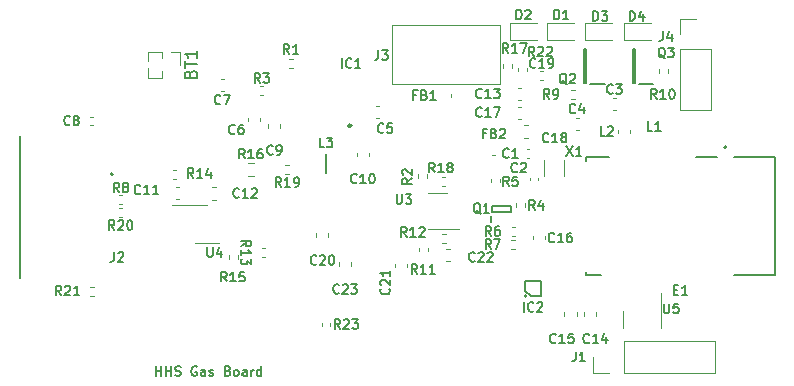
<source format=gto>
%TF.GenerationSoftware,KiCad,Pcbnew,7.0.9*%
%TF.CreationDate,2023-12-22T14:05:00+09:00*%
%TF.ProjectId,gas_nrf52832,6761735f-6e72-4663-9532-3833322e6b69,rev?*%
%TF.SameCoordinates,Original*%
%TF.FileFunction,Legend,Top*%
%TF.FilePolarity,Positive*%
%FSLAX46Y46*%
G04 Gerber Fmt 4.6, Leading zero omitted, Abs format (unit mm)*
G04 Created by KiCad (PCBNEW 7.0.9) date 2023-12-22 14:05:00*
%MOMM*%
%LPD*%
G01*
G04 APERTURE LIST*
%ADD10C,0.150000*%
%ADD11C,0.120000*%
%ADD12C,0.250000*%
%ADD13C,0.050000*%
%ADD14C,0.200000*%
%ADD15C,0.127000*%
%ADD16C,0.100000*%
G04 APERTURE END LIST*
D10*
X100889160Y-108444295D02*
X100889160Y-107644295D01*
X100889160Y-108025247D02*
X101346303Y-108025247D01*
X101346303Y-108444295D02*
X101346303Y-107644295D01*
X101727255Y-108444295D02*
X101727255Y-107644295D01*
X101727255Y-108025247D02*
X102184398Y-108025247D01*
X102184398Y-108444295D02*
X102184398Y-107644295D01*
X102527254Y-108406200D02*
X102641540Y-108444295D01*
X102641540Y-108444295D02*
X102832016Y-108444295D01*
X102832016Y-108444295D02*
X102908207Y-108406200D01*
X102908207Y-108406200D02*
X102946302Y-108368104D01*
X102946302Y-108368104D02*
X102984397Y-108291914D01*
X102984397Y-108291914D02*
X102984397Y-108215723D01*
X102984397Y-108215723D02*
X102946302Y-108139533D01*
X102946302Y-108139533D02*
X102908207Y-108101438D01*
X102908207Y-108101438D02*
X102832016Y-108063342D01*
X102832016Y-108063342D02*
X102679635Y-108025247D01*
X102679635Y-108025247D02*
X102603445Y-107987152D01*
X102603445Y-107987152D02*
X102565350Y-107949057D01*
X102565350Y-107949057D02*
X102527254Y-107872866D01*
X102527254Y-107872866D02*
X102527254Y-107796676D01*
X102527254Y-107796676D02*
X102565350Y-107720485D01*
X102565350Y-107720485D02*
X102603445Y-107682390D01*
X102603445Y-107682390D02*
X102679635Y-107644295D01*
X102679635Y-107644295D02*
X102870112Y-107644295D01*
X102870112Y-107644295D02*
X102984397Y-107682390D01*
X104355826Y-107682390D02*
X104279636Y-107644295D01*
X104279636Y-107644295D02*
X104165350Y-107644295D01*
X104165350Y-107644295D02*
X104051064Y-107682390D01*
X104051064Y-107682390D02*
X103974874Y-107758580D01*
X103974874Y-107758580D02*
X103936779Y-107834771D01*
X103936779Y-107834771D02*
X103898683Y-107987152D01*
X103898683Y-107987152D02*
X103898683Y-108101438D01*
X103898683Y-108101438D02*
X103936779Y-108253819D01*
X103936779Y-108253819D02*
X103974874Y-108330009D01*
X103974874Y-108330009D02*
X104051064Y-108406200D01*
X104051064Y-108406200D02*
X104165350Y-108444295D01*
X104165350Y-108444295D02*
X104241541Y-108444295D01*
X104241541Y-108444295D02*
X104355826Y-108406200D01*
X104355826Y-108406200D02*
X104393922Y-108368104D01*
X104393922Y-108368104D02*
X104393922Y-108101438D01*
X104393922Y-108101438D02*
X104241541Y-108101438D01*
X105079636Y-108444295D02*
X105079636Y-108025247D01*
X105079636Y-108025247D02*
X105041541Y-107949057D01*
X105041541Y-107949057D02*
X104965350Y-107910961D01*
X104965350Y-107910961D02*
X104812969Y-107910961D01*
X104812969Y-107910961D02*
X104736779Y-107949057D01*
X105079636Y-108406200D02*
X105003445Y-108444295D01*
X105003445Y-108444295D02*
X104812969Y-108444295D01*
X104812969Y-108444295D02*
X104736779Y-108406200D01*
X104736779Y-108406200D02*
X104698683Y-108330009D01*
X104698683Y-108330009D02*
X104698683Y-108253819D01*
X104698683Y-108253819D02*
X104736779Y-108177628D01*
X104736779Y-108177628D02*
X104812969Y-108139533D01*
X104812969Y-108139533D02*
X105003445Y-108139533D01*
X105003445Y-108139533D02*
X105079636Y-108101438D01*
X105422493Y-108406200D02*
X105498684Y-108444295D01*
X105498684Y-108444295D02*
X105651065Y-108444295D01*
X105651065Y-108444295D02*
X105727255Y-108406200D01*
X105727255Y-108406200D02*
X105765351Y-108330009D01*
X105765351Y-108330009D02*
X105765351Y-108291914D01*
X105765351Y-108291914D02*
X105727255Y-108215723D01*
X105727255Y-108215723D02*
X105651065Y-108177628D01*
X105651065Y-108177628D02*
X105536779Y-108177628D01*
X105536779Y-108177628D02*
X105460589Y-108139533D01*
X105460589Y-108139533D02*
X105422493Y-108063342D01*
X105422493Y-108063342D02*
X105422493Y-108025247D01*
X105422493Y-108025247D02*
X105460589Y-107949057D01*
X105460589Y-107949057D02*
X105536779Y-107910961D01*
X105536779Y-107910961D02*
X105651065Y-107910961D01*
X105651065Y-107910961D02*
X105727255Y-107949057D01*
X106984398Y-108025247D02*
X107098684Y-108063342D01*
X107098684Y-108063342D02*
X107136779Y-108101438D01*
X107136779Y-108101438D02*
X107174875Y-108177628D01*
X107174875Y-108177628D02*
X107174875Y-108291914D01*
X107174875Y-108291914D02*
X107136779Y-108368104D01*
X107136779Y-108368104D02*
X107098684Y-108406200D01*
X107098684Y-108406200D02*
X107022494Y-108444295D01*
X107022494Y-108444295D02*
X106717732Y-108444295D01*
X106717732Y-108444295D02*
X106717732Y-107644295D01*
X106717732Y-107644295D02*
X106984398Y-107644295D01*
X106984398Y-107644295D02*
X107060589Y-107682390D01*
X107060589Y-107682390D02*
X107098684Y-107720485D01*
X107098684Y-107720485D02*
X107136779Y-107796676D01*
X107136779Y-107796676D02*
X107136779Y-107872866D01*
X107136779Y-107872866D02*
X107098684Y-107949057D01*
X107098684Y-107949057D02*
X107060589Y-107987152D01*
X107060589Y-107987152D02*
X106984398Y-108025247D01*
X106984398Y-108025247D02*
X106717732Y-108025247D01*
X107632017Y-108444295D02*
X107555827Y-108406200D01*
X107555827Y-108406200D02*
X107517732Y-108368104D01*
X107517732Y-108368104D02*
X107479636Y-108291914D01*
X107479636Y-108291914D02*
X107479636Y-108063342D01*
X107479636Y-108063342D02*
X107517732Y-107987152D01*
X107517732Y-107987152D02*
X107555827Y-107949057D01*
X107555827Y-107949057D02*
X107632017Y-107910961D01*
X107632017Y-107910961D02*
X107746303Y-107910961D01*
X107746303Y-107910961D02*
X107822494Y-107949057D01*
X107822494Y-107949057D02*
X107860589Y-107987152D01*
X107860589Y-107987152D02*
X107898684Y-108063342D01*
X107898684Y-108063342D02*
X107898684Y-108291914D01*
X107898684Y-108291914D02*
X107860589Y-108368104D01*
X107860589Y-108368104D02*
X107822494Y-108406200D01*
X107822494Y-108406200D02*
X107746303Y-108444295D01*
X107746303Y-108444295D02*
X107632017Y-108444295D01*
X108584399Y-108444295D02*
X108584399Y-108025247D01*
X108584399Y-108025247D02*
X108546304Y-107949057D01*
X108546304Y-107949057D02*
X108470113Y-107910961D01*
X108470113Y-107910961D02*
X108317732Y-107910961D01*
X108317732Y-107910961D02*
X108241542Y-107949057D01*
X108584399Y-108406200D02*
X108508208Y-108444295D01*
X108508208Y-108444295D02*
X108317732Y-108444295D01*
X108317732Y-108444295D02*
X108241542Y-108406200D01*
X108241542Y-108406200D02*
X108203446Y-108330009D01*
X108203446Y-108330009D02*
X108203446Y-108253819D01*
X108203446Y-108253819D02*
X108241542Y-108177628D01*
X108241542Y-108177628D02*
X108317732Y-108139533D01*
X108317732Y-108139533D02*
X108508208Y-108139533D01*
X108508208Y-108139533D02*
X108584399Y-108101438D01*
X108965352Y-108444295D02*
X108965352Y-107910961D01*
X108965352Y-108063342D02*
X109003447Y-107987152D01*
X109003447Y-107987152D02*
X109041542Y-107949057D01*
X109041542Y-107949057D02*
X109117733Y-107910961D01*
X109117733Y-107910961D02*
X109193923Y-107910961D01*
X109803447Y-108444295D02*
X109803447Y-107644295D01*
X109803447Y-108406200D02*
X109727256Y-108444295D01*
X109727256Y-108444295D02*
X109574875Y-108444295D01*
X109574875Y-108444295D02*
X109498685Y-108406200D01*
X109498685Y-108406200D02*
X109460590Y-108368104D01*
X109460590Y-108368104D02*
X109422494Y-108291914D01*
X109422494Y-108291914D02*
X109422494Y-108063342D01*
X109422494Y-108063342D02*
X109460590Y-107987152D01*
X109460590Y-107987152D02*
X109498685Y-107949057D01*
X109498685Y-107949057D02*
X109574875Y-107910961D01*
X109574875Y-107910961D02*
X109727256Y-107910961D01*
X109727256Y-107910961D02*
X109803447Y-107949057D01*
X111505714Y-92412295D02*
X111239047Y-92031342D01*
X111048571Y-92412295D02*
X111048571Y-91612295D01*
X111048571Y-91612295D02*
X111353333Y-91612295D01*
X111353333Y-91612295D02*
X111429523Y-91650390D01*
X111429523Y-91650390D02*
X111467618Y-91688485D01*
X111467618Y-91688485D02*
X111505714Y-91764676D01*
X111505714Y-91764676D02*
X111505714Y-91878961D01*
X111505714Y-91878961D02*
X111467618Y-91955152D01*
X111467618Y-91955152D02*
X111429523Y-91993247D01*
X111429523Y-91993247D02*
X111353333Y-92031342D01*
X111353333Y-92031342D02*
X111048571Y-92031342D01*
X112267618Y-92412295D02*
X111810475Y-92412295D01*
X112039047Y-92412295D02*
X112039047Y-91612295D01*
X112039047Y-91612295D02*
X111962856Y-91726580D01*
X111962856Y-91726580D02*
X111886666Y-91802771D01*
X111886666Y-91802771D02*
X111810475Y-91840866D01*
X112648571Y-92412295D02*
X112800952Y-92412295D01*
X112800952Y-92412295D02*
X112877142Y-92374200D01*
X112877142Y-92374200D02*
X112915238Y-92336104D01*
X112915238Y-92336104D02*
X112991428Y-92221819D01*
X112991428Y-92221819D02*
X113029523Y-92069438D01*
X113029523Y-92069438D02*
X113029523Y-91764676D01*
X113029523Y-91764676D02*
X112991428Y-91688485D01*
X112991428Y-91688485D02*
X112953333Y-91650390D01*
X112953333Y-91650390D02*
X112877142Y-91612295D01*
X112877142Y-91612295D02*
X112724761Y-91612295D01*
X112724761Y-91612295D02*
X112648571Y-91650390D01*
X112648571Y-91650390D02*
X112610476Y-91688485D01*
X112610476Y-91688485D02*
X112572380Y-91764676D01*
X112572380Y-91764676D02*
X112572380Y-91955152D01*
X112572380Y-91955152D02*
X112610476Y-92031342D01*
X112610476Y-92031342D02*
X112648571Y-92069438D01*
X112648571Y-92069438D02*
X112724761Y-92107533D01*
X112724761Y-92107533D02*
X112877142Y-92107533D01*
X112877142Y-92107533D02*
X112953333Y-92069438D01*
X112953333Y-92069438D02*
X112991428Y-92031342D01*
X112991428Y-92031342D02*
X113029523Y-91955152D01*
X116395714Y-101406104D02*
X116357618Y-101444200D01*
X116357618Y-101444200D02*
X116243333Y-101482295D01*
X116243333Y-101482295D02*
X116167142Y-101482295D01*
X116167142Y-101482295D02*
X116052856Y-101444200D01*
X116052856Y-101444200D02*
X115976666Y-101368009D01*
X115976666Y-101368009D02*
X115938571Y-101291819D01*
X115938571Y-101291819D02*
X115900475Y-101139438D01*
X115900475Y-101139438D02*
X115900475Y-101025152D01*
X115900475Y-101025152D02*
X115938571Y-100872771D01*
X115938571Y-100872771D02*
X115976666Y-100796580D01*
X115976666Y-100796580D02*
X116052856Y-100720390D01*
X116052856Y-100720390D02*
X116167142Y-100682295D01*
X116167142Y-100682295D02*
X116243333Y-100682295D01*
X116243333Y-100682295D02*
X116357618Y-100720390D01*
X116357618Y-100720390D02*
X116395714Y-100758485D01*
X116700475Y-100758485D02*
X116738571Y-100720390D01*
X116738571Y-100720390D02*
X116814761Y-100682295D01*
X116814761Y-100682295D02*
X117005237Y-100682295D01*
X117005237Y-100682295D02*
X117081428Y-100720390D01*
X117081428Y-100720390D02*
X117119523Y-100758485D01*
X117119523Y-100758485D02*
X117157618Y-100834676D01*
X117157618Y-100834676D02*
X117157618Y-100910866D01*
X117157618Y-100910866D02*
X117119523Y-101025152D01*
X117119523Y-101025152D02*
X116662380Y-101482295D01*
X116662380Y-101482295D02*
X117157618Y-101482295D01*
X117424285Y-100682295D02*
X117919523Y-100682295D01*
X117919523Y-100682295D02*
X117652857Y-100987057D01*
X117652857Y-100987057D02*
X117767142Y-100987057D01*
X117767142Y-100987057D02*
X117843333Y-101025152D01*
X117843333Y-101025152D02*
X117881428Y-101063247D01*
X117881428Y-101063247D02*
X117919523Y-101139438D01*
X117919523Y-101139438D02*
X117919523Y-101329914D01*
X117919523Y-101329914D02*
X117881428Y-101406104D01*
X117881428Y-101406104D02*
X117843333Y-101444200D01*
X117843333Y-101444200D02*
X117767142Y-101482295D01*
X117767142Y-101482295D02*
X117538571Y-101482295D01*
X117538571Y-101482295D02*
X117462380Y-101444200D01*
X117462380Y-101444200D02*
X117424285Y-101406104D01*
X92885714Y-101612295D02*
X92619047Y-101231342D01*
X92428571Y-101612295D02*
X92428571Y-100812295D01*
X92428571Y-100812295D02*
X92733333Y-100812295D01*
X92733333Y-100812295D02*
X92809523Y-100850390D01*
X92809523Y-100850390D02*
X92847618Y-100888485D01*
X92847618Y-100888485D02*
X92885714Y-100964676D01*
X92885714Y-100964676D02*
X92885714Y-101078961D01*
X92885714Y-101078961D02*
X92847618Y-101155152D01*
X92847618Y-101155152D02*
X92809523Y-101193247D01*
X92809523Y-101193247D02*
X92733333Y-101231342D01*
X92733333Y-101231342D02*
X92428571Y-101231342D01*
X93190475Y-100888485D02*
X93228571Y-100850390D01*
X93228571Y-100850390D02*
X93304761Y-100812295D01*
X93304761Y-100812295D02*
X93495237Y-100812295D01*
X93495237Y-100812295D02*
X93571428Y-100850390D01*
X93571428Y-100850390D02*
X93609523Y-100888485D01*
X93609523Y-100888485D02*
X93647618Y-100964676D01*
X93647618Y-100964676D02*
X93647618Y-101040866D01*
X93647618Y-101040866D02*
X93609523Y-101155152D01*
X93609523Y-101155152D02*
X93152380Y-101612295D01*
X93152380Y-101612295D02*
X93647618Y-101612295D01*
X94409523Y-101612295D02*
X93952380Y-101612295D01*
X94180952Y-101612295D02*
X94180952Y-100812295D01*
X94180952Y-100812295D02*
X94104761Y-100926580D01*
X94104761Y-100926580D02*
X94028571Y-101002771D01*
X94028571Y-101002771D02*
X93952380Y-101040866D01*
X116619048Y-82362295D02*
X116619048Y-81562295D01*
X117457143Y-82286104D02*
X117419047Y-82324200D01*
X117419047Y-82324200D02*
X117304762Y-82362295D01*
X117304762Y-82362295D02*
X117228571Y-82362295D01*
X117228571Y-82362295D02*
X117114285Y-82324200D01*
X117114285Y-82324200D02*
X117038095Y-82248009D01*
X117038095Y-82248009D02*
X117000000Y-82171819D01*
X117000000Y-82171819D02*
X116961904Y-82019438D01*
X116961904Y-82019438D02*
X116961904Y-81905152D01*
X116961904Y-81905152D02*
X117000000Y-81752771D01*
X117000000Y-81752771D02*
X117038095Y-81676580D01*
X117038095Y-81676580D02*
X117114285Y-81600390D01*
X117114285Y-81600390D02*
X117228571Y-81562295D01*
X117228571Y-81562295D02*
X117304762Y-81562295D01*
X117304762Y-81562295D02*
X117419047Y-81600390D01*
X117419047Y-81600390D02*
X117457143Y-81638485D01*
X118219047Y-82362295D02*
X117761904Y-82362295D01*
X117990476Y-82362295D02*
X117990476Y-81562295D01*
X117990476Y-81562295D02*
X117914285Y-81676580D01*
X117914285Y-81676580D02*
X117838095Y-81752771D01*
X117838095Y-81752771D02*
X117761904Y-81790866D01*
X107566667Y-87886104D02*
X107528571Y-87924200D01*
X107528571Y-87924200D02*
X107414286Y-87962295D01*
X107414286Y-87962295D02*
X107338095Y-87962295D01*
X107338095Y-87962295D02*
X107223809Y-87924200D01*
X107223809Y-87924200D02*
X107147619Y-87848009D01*
X107147619Y-87848009D02*
X107109524Y-87771819D01*
X107109524Y-87771819D02*
X107071428Y-87619438D01*
X107071428Y-87619438D02*
X107071428Y-87505152D01*
X107071428Y-87505152D02*
X107109524Y-87352771D01*
X107109524Y-87352771D02*
X107147619Y-87276580D01*
X107147619Y-87276580D02*
X107223809Y-87200390D01*
X107223809Y-87200390D02*
X107338095Y-87162295D01*
X107338095Y-87162295D02*
X107414286Y-87162295D01*
X107414286Y-87162295D02*
X107528571Y-87200390D01*
X107528571Y-87200390D02*
X107566667Y-87238485D01*
X108252381Y-87162295D02*
X108100000Y-87162295D01*
X108100000Y-87162295D02*
X108023809Y-87200390D01*
X108023809Y-87200390D02*
X107985714Y-87238485D01*
X107985714Y-87238485D02*
X107909524Y-87352771D01*
X107909524Y-87352771D02*
X107871428Y-87505152D01*
X107871428Y-87505152D02*
X107871428Y-87809914D01*
X107871428Y-87809914D02*
X107909524Y-87886104D01*
X107909524Y-87886104D02*
X107947619Y-87924200D01*
X107947619Y-87924200D02*
X108023809Y-87962295D01*
X108023809Y-87962295D02*
X108176190Y-87962295D01*
X108176190Y-87962295D02*
X108252381Y-87924200D01*
X108252381Y-87924200D02*
X108290476Y-87886104D01*
X108290476Y-87886104D02*
X108328571Y-87809914D01*
X108328571Y-87809914D02*
X108328571Y-87619438D01*
X108328571Y-87619438D02*
X108290476Y-87543247D01*
X108290476Y-87543247D02*
X108252381Y-87505152D01*
X108252381Y-87505152D02*
X108176190Y-87467057D01*
X108176190Y-87467057D02*
X108023809Y-87467057D01*
X108023809Y-87467057D02*
X107947619Y-87505152D01*
X107947619Y-87505152D02*
X107909524Y-87543247D01*
X107909524Y-87543247D02*
X107871428Y-87619438D01*
X134609524Y-78262295D02*
X134609524Y-77462295D01*
X134609524Y-77462295D02*
X134800000Y-77462295D01*
X134800000Y-77462295D02*
X134914286Y-77500390D01*
X134914286Y-77500390D02*
X134990476Y-77576580D01*
X134990476Y-77576580D02*
X135028571Y-77652771D01*
X135028571Y-77652771D02*
X135066667Y-77805152D01*
X135066667Y-77805152D02*
X135066667Y-77919438D01*
X135066667Y-77919438D02*
X135028571Y-78071819D01*
X135028571Y-78071819D02*
X134990476Y-78148009D01*
X134990476Y-78148009D02*
X134914286Y-78224200D01*
X134914286Y-78224200D02*
X134800000Y-78262295D01*
X134800000Y-78262295D02*
X134609524Y-78262295D01*
X135828571Y-78262295D02*
X135371428Y-78262295D01*
X135600000Y-78262295D02*
X135600000Y-77462295D01*
X135600000Y-77462295D02*
X135523809Y-77576580D01*
X135523809Y-77576580D02*
X135447619Y-77652771D01*
X135447619Y-77652771D02*
X135371428Y-77690866D01*
X143833333Y-79262295D02*
X143833333Y-79833723D01*
X143833333Y-79833723D02*
X143795238Y-79948009D01*
X143795238Y-79948009D02*
X143719047Y-80024200D01*
X143719047Y-80024200D02*
X143604762Y-80062295D01*
X143604762Y-80062295D02*
X143528571Y-80062295D01*
X144557143Y-79528961D02*
X144557143Y-80062295D01*
X144366667Y-79224200D02*
X144176190Y-79795628D01*
X144176190Y-79795628D02*
X144671429Y-79795628D01*
X129266667Y-97662295D02*
X129000000Y-97281342D01*
X128809524Y-97662295D02*
X128809524Y-96862295D01*
X128809524Y-96862295D02*
X129114286Y-96862295D01*
X129114286Y-96862295D02*
X129190476Y-96900390D01*
X129190476Y-96900390D02*
X129228571Y-96938485D01*
X129228571Y-96938485D02*
X129266667Y-97014676D01*
X129266667Y-97014676D02*
X129266667Y-97128961D01*
X129266667Y-97128961D02*
X129228571Y-97205152D01*
X129228571Y-97205152D02*
X129190476Y-97243247D01*
X129190476Y-97243247D02*
X129114286Y-97281342D01*
X129114286Y-97281342D02*
X128809524Y-97281342D01*
X129533333Y-96862295D02*
X130066667Y-96862295D01*
X130066667Y-96862295D02*
X129723809Y-97662295D01*
X130766667Y-89913604D02*
X130728571Y-89951700D01*
X130728571Y-89951700D02*
X130614286Y-89989795D01*
X130614286Y-89989795D02*
X130538095Y-89989795D01*
X130538095Y-89989795D02*
X130423809Y-89951700D01*
X130423809Y-89951700D02*
X130347619Y-89875509D01*
X130347619Y-89875509D02*
X130309524Y-89799319D01*
X130309524Y-89799319D02*
X130271428Y-89646938D01*
X130271428Y-89646938D02*
X130271428Y-89532652D01*
X130271428Y-89532652D02*
X130309524Y-89380271D01*
X130309524Y-89380271D02*
X130347619Y-89304080D01*
X130347619Y-89304080D02*
X130423809Y-89227890D01*
X130423809Y-89227890D02*
X130538095Y-89189795D01*
X130538095Y-89189795D02*
X130614286Y-89189795D01*
X130614286Y-89189795D02*
X130728571Y-89227890D01*
X130728571Y-89227890D02*
X130766667Y-89265985D01*
X131528571Y-89989795D02*
X131071428Y-89989795D01*
X131300000Y-89989795D02*
X131300000Y-89189795D01*
X131300000Y-89189795D02*
X131223809Y-89304080D01*
X131223809Y-89304080D02*
X131147619Y-89380271D01*
X131147619Y-89380271D02*
X131071428Y-89418366D01*
X106366667Y-85386104D02*
X106328571Y-85424200D01*
X106328571Y-85424200D02*
X106214286Y-85462295D01*
X106214286Y-85462295D02*
X106138095Y-85462295D01*
X106138095Y-85462295D02*
X106023809Y-85424200D01*
X106023809Y-85424200D02*
X105947619Y-85348009D01*
X105947619Y-85348009D02*
X105909524Y-85271819D01*
X105909524Y-85271819D02*
X105871428Y-85119438D01*
X105871428Y-85119438D02*
X105871428Y-85005152D01*
X105871428Y-85005152D02*
X105909524Y-84852771D01*
X105909524Y-84852771D02*
X105947619Y-84776580D01*
X105947619Y-84776580D02*
X106023809Y-84700390D01*
X106023809Y-84700390D02*
X106138095Y-84662295D01*
X106138095Y-84662295D02*
X106214286Y-84662295D01*
X106214286Y-84662295D02*
X106328571Y-84700390D01*
X106328571Y-84700390D02*
X106366667Y-84738485D01*
X106633333Y-84662295D02*
X107166667Y-84662295D01*
X107166667Y-84662295D02*
X106823809Y-85462295D01*
X138936666Y-88109795D02*
X138555714Y-88109795D01*
X138555714Y-88109795D02*
X138555714Y-87309795D01*
X139165237Y-87385985D02*
X139203333Y-87347890D01*
X139203333Y-87347890D02*
X139279523Y-87309795D01*
X139279523Y-87309795D02*
X139469999Y-87309795D01*
X139469999Y-87309795D02*
X139546190Y-87347890D01*
X139546190Y-87347890D02*
X139584285Y-87385985D01*
X139584285Y-87385985D02*
X139622380Y-87462176D01*
X139622380Y-87462176D02*
X139622380Y-87538366D01*
X139622380Y-87538366D02*
X139584285Y-87652652D01*
X139584285Y-87652652D02*
X139127142Y-88109795D01*
X139127142Y-88109795D02*
X139622380Y-88109795D01*
X127885714Y-98686104D02*
X127847618Y-98724200D01*
X127847618Y-98724200D02*
X127733333Y-98762295D01*
X127733333Y-98762295D02*
X127657142Y-98762295D01*
X127657142Y-98762295D02*
X127542856Y-98724200D01*
X127542856Y-98724200D02*
X127466666Y-98648009D01*
X127466666Y-98648009D02*
X127428571Y-98571819D01*
X127428571Y-98571819D02*
X127390475Y-98419438D01*
X127390475Y-98419438D02*
X127390475Y-98305152D01*
X127390475Y-98305152D02*
X127428571Y-98152771D01*
X127428571Y-98152771D02*
X127466666Y-98076580D01*
X127466666Y-98076580D02*
X127542856Y-98000390D01*
X127542856Y-98000390D02*
X127657142Y-97962295D01*
X127657142Y-97962295D02*
X127733333Y-97962295D01*
X127733333Y-97962295D02*
X127847618Y-98000390D01*
X127847618Y-98000390D02*
X127885714Y-98038485D01*
X128190475Y-98038485D02*
X128228571Y-98000390D01*
X128228571Y-98000390D02*
X128304761Y-97962295D01*
X128304761Y-97962295D02*
X128495237Y-97962295D01*
X128495237Y-97962295D02*
X128571428Y-98000390D01*
X128571428Y-98000390D02*
X128609523Y-98038485D01*
X128609523Y-98038485D02*
X128647618Y-98114676D01*
X128647618Y-98114676D02*
X128647618Y-98190866D01*
X128647618Y-98190866D02*
X128609523Y-98305152D01*
X128609523Y-98305152D02*
X128152380Y-98762295D01*
X128152380Y-98762295D02*
X128647618Y-98762295D01*
X128952380Y-98038485D02*
X128990476Y-98000390D01*
X128990476Y-98000390D02*
X129066666Y-97962295D01*
X129066666Y-97962295D02*
X129257142Y-97962295D01*
X129257142Y-97962295D02*
X129333333Y-98000390D01*
X129333333Y-98000390D02*
X129371428Y-98038485D01*
X129371428Y-98038485D02*
X129409523Y-98114676D01*
X129409523Y-98114676D02*
X129409523Y-98190866D01*
X129409523Y-98190866D02*
X129371428Y-98305152D01*
X129371428Y-98305152D02*
X128914285Y-98762295D01*
X128914285Y-98762295D02*
X129409523Y-98762295D01*
X136416667Y-86136104D02*
X136378571Y-86174200D01*
X136378571Y-86174200D02*
X136264286Y-86212295D01*
X136264286Y-86212295D02*
X136188095Y-86212295D01*
X136188095Y-86212295D02*
X136073809Y-86174200D01*
X136073809Y-86174200D02*
X135997619Y-86098009D01*
X135997619Y-86098009D02*
X135959524Y-86021819D01*
X135959524Y-86021819D02*
X135921428Y-85869438D01*
X135921428Y-85869438D02*
X135921428Y-85755152D01*
X135921428Y-85755152D02*
X135959524Y-85602771D01*
X135959524Y-85602771D02*
X135997619Y-85526580D01*
X135997619Y-85526580D02*
X136073809Y-85450390D01*
X136073809Y-85450390D02*
X136188095Y-85412295D01*
X136188095Y-85412295D02*
X136264286Y-85412295D01*
X136264286Y-85412295D02*
X136378571Y-85450390D01*
X136378571Y-85450390D02*
X136416667Y-85488485D01*
X137102381Y-85678961D02*
X137102381Y-86212295D01*
X136911905Y-85374200D02*
X136721428Y-85945628D01*
X136721428Y-85945628D02*
X137216667Y-85945628D01*
X134216667Y-84962295D02*
X133950000Y-84581342D01*
X133759524Y-84962295D02*
X133759524Y-84162295D01*
X133759524Y-84162295D02*
X134064286Y-84162295D01*
X134064286Y-84162295D02*
X134140476Y-84200390D01*
X134140476Y-84200390D02*
X134178571Y-84238485D01*
X134178571Y-84238485D02*
X134216667Y-84314676D01*
X134216667Y-84314676D02*
X134216667Y-84428961D01*
X134216667Y-84428961D02*
X134178571Y-84505152D01*
X134178571Y-84505152D02*
X134140476Y-84543247D01*
X134140476Y-84543247D02*
X134064286Y-84581342D01*
X134064286Y-84581342D02*
X133759524Y-84581342D01*
X134597619Y-84962295D02*
X134750000Y-84962295D01*
X134750000Y-84962295D02*
X134826190Y-84924200D01*
X134826190Y-84924200D02*
X134864286Y-84886104D01*
X134864286Y-84886104D02*
X134940476Y-84771819D01*
X134940476Y-84771819D02*
X134978571Y-84619438D01*
X134978571Y-84619438D02*
X134978571Y-84314676D01*
X134978571Y-84314676D02*
X134940476Y-84238485D01*
X134940476Y-84238485D02*
X134902381Y-84200390D01*
X134902381Y-84200390D02*
X134826190Y-84162295D01*
X134826190Y-84162295D02*
X134673809Y-84162295D01*
X134673809Y-84162295D02*
X134597619Y-84200390D01*
X134597619Y-84200390D02*
X134559524Y-84238485D01*
X134559524Y-84238485D02*
X134521428Y-84314676D01*
X134521428Y-84314676D02*
X134521428Y-84505152D01*
X134521428Y-84505152D02*
X134559524Y-84581342D01*
X134559524Y-84581342D02*
X134597619Y-84619438D01*
X134597619Y-84619438D02*
X134673809Y-84657533D01*
X134673809Y-84657533D02*
X134826190Y-84657533D01*
X134826190Y-84657533D02*
X134902381Y-84619438D01*
X134902381Y-84619438D02*
X134940476Y-84581342D01*
X134940476Y-84581342D02*
X134978571Y-84505152D01*
X132966667Y-94362295D02*
X132700000Y-93981342D01*
X132509524Y-94362295D02*
X132509524Y-93562295D01*
X132509524Y-93562295D02*
X132814286Y-93562295D01*
X132814286Y-93562295D02*
X132890476Y-93600390D01*
X132890476Y-93600390D02*
X132928571Y-93638485D01*
X132928571Y-93638485D02*
X132966667Y-93714676D01*
X132966667Y-93714676D02*
X132966667Y-93828961D01*
X132966667Y-93828961D02*
X132928571Y-93905152D01*
X132928571Y-93905152D02*
X132890476Y-93943247D01*
X132890476Y-93943247D02*
X132814286Y-93981342D01*
X132814286Y-93981342D02*
X132509524Y-93981342D01*
X133652381Y-93828961D02*
X133652381Y-94362295D01*
X133461905Y-93524200D02*
X133271428Y-94095628D01*
X133271428Y-94095628D02*
X133766667Y-94095628D01*
X128485714Y-86436104D02*
X128447618Y-86474200D01*
X128447618Y-86474200D02*
X128333333Y-86512295D01*
X128333333Y-86512295D02*
X128257142Y-86512295D01*
X128257142Y-86512295D02*
X128142856Y-86474200D01*
X128142856Y-86474200D02*
X128066666Y-86398009D01*
X128066666Y-86398009D02*
X128028571Y-86321819D01*
X128028571Y-86321819D02*
X127990475Y-86169438D01*
X127990475Y-86169438D02*
X127990475Y-86055152D01*
X127990475Y-86055152D02*
X128028571Y-85902771D01*
X128028571Y-85902771D02*
X128066666Y-85826580D01*
X128066666Y-85826580D02*
X128142856Y-85750390D01*
X128142856Y-85750390D02*
X128257142Y-85712295D01*
X128257142Y-85712295D02*
X128333333Y-85712295D01*
X128333333Y-85712295D02*
X128447618Y-85750390D01*
X128447618Y-85750390D02*
X128485714Y-85788485D01*
X129247618Y-86512295D02*
X128790475Y-86512295D01*
X129019047Y-86512295D02*
X129019047Y-85712295D01*
X129019047Y-85712295D02*
X128942856Y-85826580D01*
X128942856Y-85826580D02*
X128866666Y-85902771D01*
X128866666Y-85902771D02*
X128790475Y-85940866D01*
X129514285Y-85712295D02*
X130047619Y-85712295D01*
X130047619Y-85712295D02*
X129704761Y-86512295D01*
X134135714Y-88586104D02*
X134097618Y-88624200D01*
X134097618Y-88624200D02*
X133983333Y-88662295D01*
X133983333Y-88662295D02*
X133907142Y-88662295D01*
X133907142Y-88662295D02*
X133792856Y-88624200D01*
X133792856Y-88624200D02*
X133716666Y-88548009D01*
X133716666Y-88548009D02*
X133678571Y-88471819D01*
X133678571Y-88471819D02*
X133640475Y-88319438D01*
X133640475Y-88319438D02*
X133640475Y-88205152D01*
X133640475Y-88205152D02*
X133678571Y-88052771D01*
X133678571Y-88052771D02*
X133716666Y-87976580D01*
X133716666Y-87976580D02*
X133792856Y-87900390D01*
X133792856Y-87900390D02*
X133907142Y-87862295D01*
X133907142Y-87862295D02*
X133983333Y-87862295D01*
X133983333Y-87862295D02*
X134097618Y-87900390D01*
X134097618Y-87900390D02*
X134135714Y-87938485D01*
X134897618Y-88662295D02*
X134440475Y-88662295D01*
X134669047Y-88662295D02*
X134669047Y-87862295D01*
X134669047Y-87862295D02*
X134592856Y-87976580D01*
X134592856Y-87976580D02*
X134516666Y-88052771D01*
X134516666Y-88052771D02*
X134440475Y-88090866D01*
X135354761Y-88205152D02*
X135278571Y-88167057D01*
X135278571Y-88167057D02*
X135240476Y-88128961D01*
X135240476Y-88128961D02*
X135202380Y-88052771D01*
X135202380Y-88052771D02*
X135202380Y-88014676D01*
X135202380Y-88014676D02*
X135240476Y-87938485D01*
X135240476Y-87938485D02*
X135278571Y-87900390D01*
X135278571Y-87900390D02*
X135354761Y-87862295D01*
X135354761Y-87862295D02*
X135507142Y-87862295D01*
X135507142Y-87862295D02*
X135583333Y-87900390D01*
X135583333Y-87900390D02*
X135621428Y-87938485D01*
X135621428Y-87938485D02*
X135659523Y-88014676D01*
X135659523Y-88014676D02*
X135659523Y-88052771D01*
X135659523Y-88052771D02*
X135621428Y-88128961D01*
X135621428Y-88128961D02*
X135583333Y-88167057D01*
X135583333Y-88167057D02*
X135507142Y-88205152D01*
X135507142Y-88205152D02*
X135354761Y-88205152D01*
X135354761Y-88205152D02*
X135278571Y-88243247D01*
X135278571Y-88243247D02*
X135240476Y-88281342D01*
X135240476Y-88281342D02*
X135202380Y-88357533D01*
X135202380Y-88357533D02*
X135202380Y-88509914D01*
X135202380Y-88509914D02*
X135240476Y-88586104D01*
X135240476Y-88586104D02*
X135278571Y-88624200D01*
X135278571Y-88624200D02*
X135354761Y-88662295D01*
X135354761Y-88662295D02*
X135507142Y-88662295D01*
X135507142Y-88662295D02*
X135583333Y-88624200D01*
X135583333Y-88624200D02*
X135621428Y-88586104D01*
X135621428Y-88586104D02*
X135659523Y-88509914D01*
X135659523Y-88509914D02*
X135659523Y-88357533D01*
X135659523Y-88357533D02*
X135621428Y-88281342D01*
X135621428Y-88281342D02*
X135583333Y-88243247D01*
X135583333Y-88243247D02*
X135507142Y-88205152D01*
X103826009Y-82885714D02*
X103873628Y-82742857D01*
X103873628Y-82742857D02*
X103921247Y-82695238D01*
X103921247Y-82695238D02*
X104016485Y-82647619D01*
X104016485Y-82647619D02*
X104159342Y-82647619D01*
X104159342Y-82647619D02*
X104254580Y-82695238D01*
X104254580Y-82695238D02*
X104302200Y-82742857D01*
X104302200Y-82742857D02*
X104349819Y-82838095D01*
X104349819Y-82838095D02*
X104349819Y-83219047D01*
X104349819Y-83219047D02*
X103349819Y-83219047D01*
X103349819Y-83219047D02*
X103349819Y-82885714D01*
X103349819Y-82885714D02*
X103397438Y-82790476D01*
X103397438Y-82790476D02*
X103445057Y-82742857D01*
X103445057Y-82742857D02*
X103540295Y-82695238D01*
X103540295Y-82695238D02*
X103635533Y-82695238D01*
X103635533Y-82695238D02*
X103730771Y-82742857D01*
X103730771Y-82742857D02*
X103778390Y-82790476D01*
X103778390Y-82790476D02*
X103826009Y-82885714D01*
X103826009Y-82885714D02*
X103826009Y-83219047D01*
X103349819Y-82361904D02*
X103349819Y-81790476D01*
X104349819Y-82076190D02*
X103349819Y-82076190D01*
X104349819Y-80933333D02*
X104349819Y-81504761D01*
X104349819Y-81219047D02*
X103349819Y-81219047D01*
X103349819Y-81219047D02*
X103492676Y-81314285D01*
X103492676Y-81314285D02*
X103587914Y-81409523D01*
X103587914Y-81409523D02*
X103635533Y-81504761D01*
X116485714Y-104452295D02*
X116219047Y-104071342D01*
X116028571Y-104452295D02*
X116028571Y-103652295D01*
X116028571Y-103652295D02*
X116333333Y-103652295D01*
X116333333Y-103652295D02*
X116409523Y-103690390D01*
X116409523Y-103690390D02*
X116447618Y-103728485D01*
X116447618Y-103728485D02*
X116485714Y-103804676D01*
X116485714Y-103804676D02*
X116485714Y-103918961D01*
X116485714Y-103918961D02*
X116447618Y-103995152D01*
X116447618Y-103995152D02*
X116409523Y-104033247D01*
X116409523Y-104033247D02*
X116333333Y-104071342D01*
X116333333Y-104071342D02*
X116028571Y-104071342D01*
X116790475Y-103728485D02*
X116828571Y-103690390D01*
X116828571Y-103690390D02*
X116904761Y-103652295D01*
X116904761Y-103652295D02*
X117095237Y-103652295D01*
X117095237Y-103652295D02*
X117171428Y-103690390D01*
X117171428Y-103690390D02*
X117209523Y-103728485D01*
X117209523Y-103728485D02*
X117247618Y-103804676D01*
X117247618Y-103804676D02*
X117247618Y-103880866D01*
X117247618Y-103880866D02*
X117209523Y-103995152D01*
X117209523Y-103995152D02*
X116752380Y-104452295D01*
X116752380Y-104452295D02*
X117247618Y-104452295D01*
X117514285Y-103652295D02*
X118009523Y-103652295D01*
X118009523Y-103652295D02*
X117742857Y-103957057D01*
X117742857Y-103957057D02*
X117857142Y-103957057D01*
X117857142Y-103957057D02*
X117933333Y-103995152D01*
X117933333Y-103995152D02*
X117971428Y-104033247D01*
X117971428Y-104033247D02*
X118009523Y-104109438D01*
X118009523Y-104109438D02*
X118009523Y-104299914D01*
X118009523Y-104299914D02*
X117971428Y-104376104D01*
X117971428Y-104376104D02*
X117933333Y-104414200D01*
X117933333Y-104414200D02*
X117857142Y-104452295D01*
X117857142Y-104452295D02*
X117628571Y-104452295D01*
X117628571Y-104452295D02*
X117552380Y-104414200D01*
X117552380Y-104414200D02*
X117514285Y-104376104D01*
X137585714Y-105586104D02*
X137547618Y-105624200D01*
X137547618Y-105624200D02*
X137433333Y-105662295D01*
X137433333Y-105662295D02*
X137357142Y-105662295D01*
X137357142Y-105662295D02*
X137242856Y-105624200D01*
X137242856Y-105624200D02*
X137166666Y-105548009D01*
X137166666Y-105548009D02*
X137128571Y-105471819D01*
X137128571Y-105471819D02*
X137090475Y-105319438D01*
X137090475Y-105319438D02*
X137090475Y-105205152D01*
X137090475Y-105205152D02*
X137128571Y-105052771D01*
X137128571Y-105052771D02*
X137166666Y-104976580D01*
X137166666Y-104976580D02*
X137242856Y-104900390D01*
X137242856Y-104900390D02*
X137357142Y-104862295D01*
X137357142Y-104862295D02*
X137433333Y-104862295D01*
X137433333Y-104862295D02*
X137547618Y-104900390D01*
X137547618Y-104900390D02*
X137585714Y-104938485D01*
X138347618Y-105662295D02*
X137890475Y-105662295D01*
X138119047Y-105662295D02*
X138119047Y-104862295D01*
X138119047Y-104862295D02*
X138042856Y-104976580D01*
X138042856Y-104976580D02*
X137966666Y-105052771D01*
X137966666Y-105052771D02*
X137890475Y-105090866D01*
X139033333Y-105128961D02*
X139033333Y-105662295D01*
X138842857Y-104824200D02*
X138652380Y-105395628D01*
X138652380Y-105395628D02*
X139147619Y-105395628D01*
X122933333Y-84643247D02*
X122666667Y-84643247D01*
X122666667Y-85062295D02*
X122666667Y-84262295D01*
X122666667Y-84262295D02*
X123047619Y-84262295D01*
X123619047Y-84643247D02*
X123733333Y-84681342D01*
X123733333Y-84681342D02*
X123771428Y-84719438D01*
X123771428Y-84719438D02*
X123809524Y-84795628D01*
X123809524Y-84795628D02*
X123809524Y-84909914D01*
X123809524Y-84909914D02*
X123771428Y-84986104D01*
X123771428Y-84986104D02*
X123733333Y-85024200D01*
X123733333Y-85024200D02*
X123657143Y-85062295D01*
X123657143Y-85062295D02*
X123352381Y-85062295D01*
X123352381Y-85062295D02*
X123352381Y-84262295D01*
X123352381Y-84262295D02*
X123619047Y-84262295D01*
X123619047Y-84262295D02*
X123695238Y-84300390D01*
X123695238Y-84300390D02*
X123733333Y-84338485D01*
X123733333Y-84338485D02*
X123771428Y-84414676D01*
X123771428Y-84414676D02*
X123771428Y-84490866D01*
X123771428Y-84490866D02*
X123733333Y-84567057D01*
X123733333Y-84567057D02*
X123695238Y-84605152D01*
X123695238Y-84605152D02*
X123619047Y-84643247D01*
X123619047Y-84643247D02*
X123352381Y-84643247D01*
X124571428Y-85062295D02*
X124114285Y-85062295D01*
X124342857Y-85062295D02*
X124342857Y-84262295D01*
X124342857Y-84262295D02*
X124266666Y-84376580D01*
X124266666Y-84376580D02*
X124190476Y-84452771D01*
X124190476Y-84452771D02*
X124114285Y-84490866D01*
X121270476Y-93082295D02*
X121270476Y-93729914D01*
X121270476Y-93729914D02*
X121308571Y-93806104D01*
X121308571Y-93806104D02*
X121346666Y-93844200D01*
X121346666Y-93844200D02*
X121422857Y-93882295D01*
X121422857Y-93882295D02*
X121575238Y-93882295D01*
X121575238Y-93882295D02*
X121651428Y-93844200D01*
X121651428Y-93844200D02*
X121689523Y-93806104D01*
X121689523Y-93806104D02*
X121727619Y-93729914D01*
X121727619Y-93729914D02*
X121727619Y-93082295D01*
X122032380Y-93082295D02*
X122527618Y-93082295D01*
X122527618Y-93082295D02*
X122260952Y-93387057D01*
X122260952Y-93387057D02*
X122375237Y-93387057D01*
X122375237Y-93387057D02*
X122451428Y-93425152D01*
X122451428Y-93425152D02*
X122489523Y-93463247D01*
X122489523Y-93463247D02*
X122527618Y-93539438D01*
X122527618Y-93539438D02*
X122527618Y-93729914D01*
X122527618Y-93729914D02*
X122489523Y-93806104D01*
X122489523Y-93806104D02*
X122451428Y-93844200D01*
X122451428Y-93844200D02*
X122375237Y-93882295D01*
X122375237Y-93882295D02*
X122146666Y-93882295D01*
X122146666Y-93882295D02*
X122070475Y-93844200D01*
X122070475Y-93844200D02*
X122032380Y-93806104D01*
X128381809Y-94705985D02*
X128305619Y-94667890D01*
X128305619Y-94667890D02*
X128229428Y-94591700D01*
X128229428Y-94591700D02*
X128115142Y-94477414D01*
X128115142Y-94477414D02*
X128038952Y-94439319D01*
X128038952Y-94439319D02*
X127962761Y-94439319D01*
X128000857Y-94629795D02*
X127924666Y-94591700D01*
X127924666Y-94591700D02*
X127848476Y-94515509D01*
X127848476Y-94515509D02*
X127810380Y-94363128D01*
X127810380Y-94363128D02*
X127810380Y-94096461D01*
X127810380Y-94096461D02*
X127848476Y-93944080D01*
X127848476Y-93944080D02*
X127924666Y-93867890D01*
X127924666Y-93867890D02*
X128000857Y-93829795D01*
X128000857Y-93829795D02*
X128153238Y-93829795D01*
X128153238Y-93829795D02*
X128229428Y-93867890D01*
X128229428Y-93867890D02*
X128305619Y-93944080D01*
X128305619Y-93944080D02*
X128343714Y-94096461D01*
X128343714Y-94096461D02*
X128343714Y-94363128D01*
X128343714Y-94363128D02*
X128305619Y-94515509D01*
X128305619Y-94515509D02*
X128229428Y-94591700D01*
X128229428Y-94591700D02*
X128153238Y-94629795D01*
X128153238Y-94629795D02*
X128000857Y-94629795D01*
X129105618Y-94629795D02*
X128648475Y-94629795D01*
X128877047Y-94629795D02*
X128877047Y-93829795D01*
X128877047Y-93829795D02*
X128800856Y-93944080D01*
X128800856Y-93944080D02*
X128724666Y-94020271D01*
X128724666Y-94020271D02*
X128648475Y-94058366D01*
X97350833Y-97982295D02*
X97350833Y-98553723D01*
X97350833Y-98553723D02*
X97312738Y-98668009D01*
X97312738Y-98668009D02*
X97236547Y-98744200D01*
X97236547Y-98744200D02*
X97122262Y-98782295D01*
X97122262Y-98782295D02*
X97046071Y-98782295D01*
X97693690Y-98058485D02*
X97731786Y-98020390D01*
X97731786Y-98020390D02*
X97807976Y-97982295D01*
X97807976Y-97982295D02*
X97998452Y-97982295D01*
X97998452Y-97982295D02*
X98074643Y-98020390D01*
X98074643Y-98020390D02*
X98112738Y-98058485D01*
X98112738Y-98058485D02*
X98150833Y-98134676D01*
X98150833Y-98134676D02*
X98150833Y-98210866D01*
X98150833Y-98210866D02*
X98112738Y-98325152D01*
X98112738Y-98325152D02*
X97655595Y-98782295D01*
X97655595Y-98782295D02*
X98150833Y-98782295D01*
X105240476Y-97562295D02*
X105240476Y-98209914D01*
X105240476Y-98209914D02*
X105278571Y-98286104D01*
X105278571Y-98286104D02*
X105316666Y-98324200D01*
X105316666Y-98324200D02*
X105392857Y-98362295D01*
X105392857Y-98362295D02*
X105545238Y-98362295D01*
X105545238Y-98362295D02*
X105621428Y-98324200D01*
X105621428Y-98324200D02*
X105659523Y-98286104D01*
X105659523Y-98286104D02*
X105697619Y-98209914D01*
X105697619Y-98209914D02*
X105697619Y-97562295D01*
X106421428Y-97828961D02*
X106421428Y-98362295D01*
X106230952Y-97524200D02*
X106040475Y-98095628D01*
X106040475Y-98095628D02*
X106535714Y-98095628D01*
X143285714Y-84962295D02*
X143019047Y-84581342D01*
X142828571Y-84962295D02*
X142828571Y-84162295D01*
X142828571Y-84162295D02*
X143133333Y-84162295D01*
X143133333Y-84162295D02*
X143209523Y-84200390D01*
X143209523Y-84200390D02*
X143247618Y-84238485D01*
X143247618Y-84238485D02*
X143285714Y-84314676D01*
X143285714Y-84314676D02*
X143285714Y-84428961D01*
X143285714Y-84428961D02*
X143247618Y-84505152D01*
X143247618Y-84505152D02*
X143209523Y-84543247D01*
X143209523Y-84543247D02*
X143133333Y-84581342D01*
X143133333Y-84581342D02*
X142828571Y-84581342D01*
X144047618Y-84962295D02*
X143590475Y-84962295D01*
X143819047Y-84962295D02*
X143819047Y-84162295D01*
X143819047Y-84162295D02*
X143742856Y-84276580D01*
X143742856Y-84276580D02*
X143666666Y-84352771D01*
X143666666Y-84352771D02*
X143590475Y-84390866D01*
X144542857Y-84162295D02*
X144619047Y-84162295D01*
X144619047Y-84162295D02*
X144695238Y-84200390D01*
X144695238Y-84200390D02*
X144733333Y-84238485D01*
X144733333Y-84238485D02*
X144771428Y-84314676D01*
X144771428Y-84314676D02*
X144809523Y-84467057D01*
X144809523Y-84467057D02*
X144809523Y-84657533D01*
X144809523Y-84657533D02*
X144771428Y-84809914D01*
X144771428Y-84809914D02*
X144733333Y-84886104D01*
X144733333Y-84886104D02*
X144695238Y-84924200D01*
X144695238Y-84924200D02*
X144619047Y-84962295D01*
X144619047Y-84962295D02*
X144542857Y-84962295D01*
X144542857Y-84962295D02*
X144466666Y-84924200D01*
X144466666Y-84924200D02*
X144428571Y-84886104D01*
X144428571Y-84886104D02*
X144390476Y-84809914D01*
X144390476Y-84809914D02*
X144352380Y-84657533D01*
X144352380Y-84657533D02*
X144352380Y-84467057D01*
X144352380Y-84467057D02*
X144390476Y-84314676D01*
X144390476Y-84314676D02*
X144428571Y-84238485D01*
X144428571Y-84238485D02*
X144466666Y-84200390D01*
X144466666Y-84200390D02*
X144542857Y-84162295D01*
X99585714Y-92976104D02*
X99547618Y-93014200D01*
X99547618Y-93014200D02*
X99433333Y-93052295D01*
X99433333Y-93052295D02*
X99357142Y-93052295D01*
X99357142Y-93052295D02*
X99242856Y-93014200D01*
X99242856Y-93014200D02*
X99166666Y-92938009D01*
X99166666Y-92938009D02*
X99128571Y-92861819D01*
X99128571Y-92861819D02*
X99090475Y-92709438D01*
X99090475Y-92709438D02*
X99090475Y-92595152D01*
X99090475Y-92595152D02*
X99128571Y-92442771D01*
X99128571Y-92442771D02*
X99166666Y-92366580D01*
X99166666Y-92366580D02*
X99242856Y-92290390D01*
X99242856Y-92290390D02*
X99357142Y-92252295D01*
X99357142Y-92252295D02*
X99433333Y-92252295D01*
X99433333Y-92252295D02*
X99547618Y-92290390D01*
X99547618Y-92290390D02*
X99585714Y-92328485D01*
X100347618Y-93052295D02*
X99890475Y-93052295D01*
X100119047Y-93052295D02*
X100119047Y-92252295D01*
X100119047Y-92252295D02*
X100042856Y-92366580D01*
X100042856Y-92366580D02*
X99966666Y-92442771D01*
X99966666Y-92442771D02*
X99890475Y-92480866D01*
X101109523Y-93052295D02*
X100652380Y-93052295D01*
X100880952Y-93052295D02*
X100880952Y-92252295D01*
X100880952Y-92252295D02*
X100804761Y-92366580D01*
X100804761Y-92366580D02*
X100728571Y-92442771D01*
X100728571Y-92442771D02*
X100652380Y-92480866D01*
X141009524Y-78362295D02*
X141009524Y-77562295D01*
X141009524Y-77562295D02*
X141200000Y-77562295D01*
X141200000Y-77562295D02*
X141314286Y-77600390D01*
X141314286Y-77600390D02*
X141390476Y-77676580D01*
X141390476Y-77676580D02*
X141428571Y-77752771D01*
X141428571Y-77752771D02*
X141466667Y-77905152D01*
X141466667Y-77905152D02*
X141466667Y-78019438D01*
X141466667Y-78019438D02*
X141428571Y-78171819D01*
X141428571Y-78171819D02*
X141390476Y-78248009D01*
X141390476Y-78248009D02*
X141314286Y-78324200D01*
X141314286Y-78324200D02*
X141200000Y-78362295D01*
X141200000Y-78362295D02*
X141009524Y-78362295D01*
X142152381Y-77828961D02*
X142152381Y-78362295D01*
X141961905Y-77524200D02*
X141771428Y-78095628D01*
X141771428Y-78095628D02*
X142266667Y-78095628D01*
X122115714Y-96642295D02*
X121849047Y-96261342D01*
X121658571Y-96642295D02*
X121658571Y-95842295D01*
X121658571Y-95842295D02*
X121963333Y-95842295D01*
X121963333Y-95842295D02*
X122039523Y-95880390D01*
X122039523Y-95880390D02*
X122077618Y-95918485D01*
X122077618Y-95918485D02*
X122115714Y-95994676D01*
X122115714Y-95994676D02*
X122115714Y-96108961D01*
X122115714Y-96108961D02*
X122077618Y-96185152D01*
X122077618Y-96185152D02*
X122039523Y-96223247D01*
X122039523Y-96223247D02*
X121963333Y-96261342D01*
X121963333Y-96261342D02*
X121658571Y-96261342D01*
X122877618Y-96642295D02*
X122420475Y-96642295D01*
X122649047Y-96642295D02*
X122649047Y-95842295D01*
X122649047Y-95842295D02*
X122572856Y-95956580D01*
X122572856Y-95956580D02*
X122496666Y-96032771D01*
X122496666Y-96032771D02*
X122420475Y-96070866D01*
X123182380Y-95918485D02*
X123220476Y-95880390D01*
X123220476Y-95880390D02*
X123296666Y-95842295D01*
X123296666Y-95842295D02*
X123487142Y-95842295D01*
X123487142Y-95842295D02*
X123563333Y-95880390D01*
X123563333Y-95880390D02*
X123601428Y-95918485D01*
X123601428Y-95918485D02*
X123639523Y-95994676D01*
X123639523Y-95994676D02*
X123639523Y-96070866D01*
X123639523Y-96070866D02*
X123601428Y-96185152D01*
X123601428Y-96185152D02*
X123144285Y-96642295D01*
X123144285Y-96642295D02*
X123639523Y-96642295D01*
X110786667Y-89636104D02*
X110748571Y-89674200D01*
X110748571Y-89674200D02*
X110634286Y-89712295D01*
X110634286Y-89712295D02*
X110558095Y-89712295D01*
X110558095Y-89712295D02*
X110443809Y-89674200D01*
X110443809Y-89674200D02*
X110367619Y-89598009D01*
X110367619Y-89598009D02*
X110329524Y-89521819D01*
X110329524Y-89521819D02*
X110291428Y-89369438D01*
X110291428Y-89369438D02*
X110291428Y-89255152D01*
X110291428Y-89255152D02*
X110329524Y-89102771D01*
X110329524Y-89102771D02*
X110367619Y-89026580D01*
X110367619Y-89026580D02*
X110443809Y-88950390D01*
X110443809Y-88950390D02*
X110558095Y-88912295D01*
X110558095Y-88912295D02*
X110634286Y-88912295D01*
X110634286Y-88912295D02*
X110748571Y-88950390D01*
X110748571Y-88950390D02*
X110786667Y-88988485D01*
X111167619Y-89712295D02*
X111320000Y-89712295D01*
X111320000Y-89712295D02*
X111396190Y-89674200D01*
X111396190Y-89674200D02*
X111434286Y-89636104D01*
X111434286Y-89636104D02*
X111510476Y-89521819D01*
X111510476Y-89521819D02*
X111548571Y-89369438D01*
X111548571Y-89369438D02*
X111548571Y-89064676D01*
X111548571Y-89064676D02*
X111510476Y-88988485D01*
X111510476Y-88988485D02*
X111472381Y-88950390D01*
X111472381Y-88950390D02*
X111396190Y-88912295D01*
X111396190Y-88912295D02*
X111243809Y-88912295D01*
X111243809Y-88912295D02*
X111167619Y-88950390D01*
X111167619Y-88950390D02*
X111129524Y-88988485D01*
X111129524Y-88988485D02*
X111091428Y-89064676D01*
X111091428Y-89064676D02*
X111091428Y-89255152D01*
X111091428Y-89255152D02*
X111129524Y-89331342D01*
X111129524Y-89331342D02*
X111167619Y-89369438D01*
X111167619Y-89369438D02*
X111243809Y-89407533D01*
X111243809Y-89407533D02*
X111396190Y-89407533D01*
X111396190Y-89407533D02*
X111472381Y-89369438D01*
X111472381Y-89369438D02*
X111510476Y-89331342D01*
X111510476Y-89331342D02*
X111548571Y-89255152D01*
X144023809Y-81538485D02*
X143947619Y-81500390D01*
X143947619Y-81500390D02*
X143871428Y-81424200D01*
X143871428Y-81424200D02*
X143757142Y-81309914D01*
X143757142Y-81309914D02*
X143680952Y-81271819D01*
X143680952Y-81271819D02*
X143604761Y-81271819D01*
X143642857Y-81462295D02*
X143566666Y-81424200D01*
X143566666Y-81424200D02*
X143490476Y-81348009D01*
X143490476Y-81348009D02*
X143452380Y-81195628D01*
X143452380Y-81195628D02*
X143452380Y-80928961D01*
X143452380Y-80928961D02*
X143490476Y-80776580D01*
X143490476Y-80776580D02*
X143566666Y-80700390D01*
X143566666Y-80700390D02*
X143642857Y-80662295D01*
X143642857Y-80662295D02*
X143795238Y-80662295D01*
X143795238Y-80662295D02*
X143871428Y-80700390D01*
X143871428Y-80700390D02*
X143947619Y-80776580D01*
X143947619Y-80776580D02*
X143985714Y-80928961D01*
X143985714Y-80928961D02*
X143985714Y-81195628D01*
X143985714Y-81195628D02*
X143947619Y-81348009D01*
X143947619Y-81348009D02*
X143871428Y-81424200D01*
X143871428Y-81424200D02*
X143795238Y-81462295D01*
X143795238Y-81462295D02*
X143642857Y-81462295D01*
X144252380Y-80662295D02*
X144747618Y-80662295D01*
X144747618Y-80662295D02*
X144480952Y-80967057D01*
X144480952Y-80967057D02*
X144595237Y-80967057D01*
X144595237Y-80967057D02*
X144671428Y-81005152D01*
X144671428Y-81005152D02*
X144709523Y-81043247D01*
X144709523Y-81043247D02*
X144747618Y-81119438D01*
X144747618Y-81119438D02*
X144747618Y-81309914D01*
X144747618Y-81309914D02*
X144709523Y-81386104D01*
X144709523Y-81386104D02*
X144671428Y-81424200D01*
X144671428Y-81424200D02*
X144595237Y-81462295D01*
X144595237Y-81462295D02*
X144366666Y-81462295D01*
X144366666Y-81462295D02*
X144290475Y-81424200D01*
X144290475Y-81424200D02*
X144252380Y-81386104D01*
X130766667Y-92362295D02*
X130500000Y-91981342D01*
X130309524Y-92362295D02*
X130309524Y-91562295D01*
X130309524Y-91562295D02*
X130614286Y-91562295D01*
X130614286Y-91562295D02*
X130690476Y-91600390D01*
X130690476Y-91600390D02*
X130728571Y-91638485D01*
X130728571Y-91638485D02*
X130766667Y-91714676D01*
X130766667Y-91714676D02*
X130766667Y-91828961D01*
X130766667Y-91828961D02*
X130728571Y-91905152D01*
X130728571Y-91905152D02*
X130690476Y-91943247D01*
X130690476Y-91943247D02*
X130614286Y-91981342D01*
X130614286Y-91981342D02*
X130309524Y-91981342D01*
X131490476Y-91562295D02*
X131109524Y-91562295D01*
X131109524Y-91562295D02*
X131071428Y-91943247D01*
X131071428Y-91943247D02*
X131109524Y-91905152D01*
X131109524Y-91905152D02*
X131185714Y-91867057D01*
X131185714Y-91867057D02*
X131376190Y-91867057D01*
X131376190Y-91867057D02*
X131452381Y-91905152D01*
X131452381Y-91905152D02*
X131490476Y-91943247D01*
X131490476Y-91943247D02*
X131528571Y-92019438D01*
X131528571Y-92019438D02*
X131528571Y-92209914D01*
X131528571Y-92209914D02*
X131490476Y-92286104D01*
X131490476Y-92286104D02*
X131452381Y-92324200D01*
X131452381Y-92324200D02*
X131376190Y-92362295D01*
X131376190Y-92362295D02*
X131185714Y-92362295D01*
X131185714Y-92362295D02*
X131109524Y-92324200D01*
X131109524Y-92324200D02*
X131071428Y-92286104D01*
X137909524Y-78362295D02*
X137909524Y-77562295D01*
X137909524Y-77562295D02*
X138100000Y-77562295D01*
X138100000Y-77562295D02*
X138214286Y-77600390D01*
X138214286Y-77600390D02*
X138290476Y-77676580D01*
X138290476Y-77676580D02*
X138328571Y-77752771D01*
X138328571Y-77752771D02*
X138366667Y-77905152D01*
X138366667Y-77905152D02*
X138366667Y-78019438D01*
X138366667Y-78019438D02*
X138328571Y-78171819D01*
X138328571Y-78171819D02*
X138290476Y-78248009D01*
X138290476Y-78248009D02*
X138214286Y-78324200D01*
X138214286Y-78324200D02*
X138100000Y-78362295D01*
X138100000Y-78362295D02*
X137909524Y-78362295D01*
X138633333Y-77562295D02*
X139128571Y-77562295D01*
X139128571Y-77562295D02*
X138861905Y-77867057D01*
X138861905Y-77867057D02*
X138976190Y-77867057D01*
X138976190Y-77867057D02*
X139052381Y-77905152D01*
X139052381Y-77905152D02*
X139090476Y-77943247D01*
X139090476Y-77943247D02*
X139128571Y-78019438D01*
X139128571Y-78019438D02*
X139128571Y-78209914D01*
X139128571Y-78209914D02*
X139090476Y-78286104D01*
X139090476Y-78286104D02*
X139052381Y-78324200D01*
X139052381Y-78324200D02*
X138976190Y-78362295D01*
X138976190Y-78362295D02*
X138747619Y-78362295D01*
X138747619Y-78362295D02*
X138671428Y-78324200D01*
X138671428Y-78324200D02*
X138633333Y-78286104D01*
X133035714Y-82286104D02*
X132997618Y-82324200D01*
X132997618Y-82324200D02*
X132883333Y-82362295D01*
X132883333Y-82362295D02*
X132807142Y-82362295D01*
X132807142Y-82362295D02*
X132692856Y-82324200D01*
X132692856Y-82324200D02*
X132616666Y-82248009D01*
X132616666Y-82248009D02*
X132578571Y-82171819D01*
X132578571Y-82171819D02*
X132540475Y-82019438D01*
X132540475Y-82019438D02*
X132540475Y-81905152D01*
X132540475Y-81905152D02*
X132578571Y-81752771D01*
X132578571Y-81752771D02*
X132616666Y-81676580D01*
X132616666Y-81676580D02*
X132692856Y-81600390D01*
X132692856Y-81600390D02*
X132807142Y-81562295D01*
X132807142Y-81562295D02*
X132883333Y-81562295D01*
X132883333Y-81562295D02*
X132997618Y-81600390D01*
X132997618Y-81600390D02*
X133035714Y-81638485D01*
X133797618Y-82362295D02*
X133340475Y-82362295D01*
X133569047Y-82362295D02*
X133569047Y-81562295D01*
X133569047Y-81562295D02*
X133492856Y-81676580D01*
X133492856Y-81676580D02*
X133416666Y-81752771D01*
X133416666Y-81752771D02*
X133340475Y-81790866D01*
X134178571Y-82362295D02*
X134330952Y-82362295D01*
X134330952Y-82362295D02*
X134407142Y-82324200D01*
X134407142Y-82324200D02*
X134445238Y-82286104D01*
X134445238Y-82286104D02*
X134521428Y-82171819D01*
X134521428Y-82171819D02*
X134559523Y-82019438D01*
X134559523Y-82019438D02*
X134559523Y-81714676D01*
X134559523Y-81714676D02*
X134521428Y-81638485D01*
X134521428Y-81638485D02*
X134483333Y-81600390D01*
X134483333Y-81600390D02*
X134407142Y-81562295D01*
X134407142Y-81562295D02*
X134254761Y-81562295D01*
X134254761Y-81562295D02*
X134178571Y-81600390D01*
X134178571Y-81600390D02*
X134140476Y-81638485D01*
X134140476Y-81638485D02*
X134102380Y-81714676D01*
X134102380Y-81714676D02*
X134102380Y-81905152D01*
X134102380Y-81905152D02*
X134140476Y-81981342D01*
X134140476Y-81981342D02*
X134178571Y-82019438D01*
X134178571Y-82019438D02*
X134254761Y-82057533D01*
X134254761Y-82057533D02*
X134407142Y-82057533D01*
X134407142Y-82057533D02*
X134483333Y-82019438D01*
X134483333Y-82019438D02*
X134521428Y-81981342D01*
X134521428Y-81981342D02*
X134559523Y-81905152D01*
X123005714Y-99782295D02*
X122739047Y-99401342D01*
X122548571Y-99782295D02*
X122548571Y-98982295D01*
X122548571Y-98982295D02*
X122853333Y-98982295D01*
X122853333Y-98982295D02*
X122929523Y-99020390D01*
X122929523Y-99020390D02*
X122967618Y-99058485D01*
X122967618Y-99058485D02*
X123005714Y-99134676D01*
X123005714Y-99134676D02*
X123005714Y-99248961D01*
X123005714Y-99248961D02*
X122967618Y-99325152D01*
X122967618Y-99325152D02*
X122929523Y-99363247D01*
X122929523Y-99363247D02*
X122853333Y-99401342D01*
X122853333Y-99401342D02*
X122548571Y-99401342D01*
X123767618Y-99782295D02*
X123310475Y-99782295D01*
X123539047Y-99782295D02*
X123539047Y-98982295D01*
X123539047Y-98982295D02*
X123462856Y-99096580D01*
X123462856Y-99096580D02*
X123386666Y-99172771D01*
X123386666Y-99172771D02*
X123310475Y-99210866D01*
X124529523Y-99782295D02*
X124072380Y-99782295D01*
X124300952Y-99782295D02*
X124300952Y-98982295D01*
X124300952Y-98982295D02*
X124224761Y-99096580D01*
X124224761Y-99096580D02*
X124148571Y-99172771D01*
X124148571Y-99172771D02*
X124072380Y-99210866D01*
X143890476Y-102332295D02*
X143890476Y-102979914D01*
X143890476Y-102979914D02*
X143928571Y-103056104D01*
X143928571Y-103056104D02*
X143966666Y-103094200D01*
X143966666Y-103094200D02*
X144042857Y-103132295D01*
X144042857Y-103132295D02*
X144195238Y-103132295D01*
X144195238Y-103132295D02*
X144271428Y-103094200D01*
X144271428Y-103094200D02*
X144309523Y-103056104D01*
X144309523Y-103056104D02*
X144347619Y-102979914D01*
X144347619Y-102979914D02*
X144347619Y-102332295D01*
X145109523Y-102332295D02*
X144728571Y-102332295D01*
X144728571Y-102332295D02*
X144690475Y-102713247D01*
X144690475Y-102713247D02*
X144728571Y-102675152D01*
X144728571Y-102675152D02*
X144804761Y-102637057D01*
X144804761Y-102637057D02*
X144995237Y-102637057D01*
X144995237Y-102637057D02*
X145071428Y-102675152D01*
X145071428Y-102675152D02*
X145109523Y-102713247D01*
X145109523Y-102713247D02*
X145147618Y-102789438D01*
X145147618Y-102789438D02*
X145147618Y-102979914D01*
X145147618Y-102979914D02*
X145109523Y-103056104D01*
X145109523Y-103056104D02*
X145071428Y-103094200D01*
X145071428Y-103094200D02*
X144995237Y-103132295D01*
X144995237Y-103132295D02*
X144804761Y-103132295D01*
X144804761Y-103132295D02*
X144728571Y-103094200D01*
X144728571Y-103094200D02*
X144690475Y-103056104D01*
X97771667Y-92882295D02*
X97505000Y-92501342D01*
X97314524Y-92882295D02*
X97314524Y-92082295D01*
X97314524Y-92082295D02*
X97619286Y-92082295D01*
X97619286Y-92082295D02*
X97695476Y-92120390D01*
X97695476Y-92120390D02*
X97733571Y-92158485D01*
X97733571Y-92158485D02*
X97771667Y-92234676D01*
X97771667Y-92234676D02*
X97771667Y-92348961D01*
X97771667Y-92348961D02*
X97733571Y-92425152D01*
X97733571Y-92425152D02*
X97695476Y-92463247D01*
X97695476Y-92463247D02*
X97619286Y-92501342D01*
X97619286Y-92501342D02*
X97314524Y-92501342D01*
X98228809Y-92425152D02*
X98152619Y-92387057D01*
X98152619Y-92387057D02*
X98114524Y-92348961D01*
X98114524Y-92348961D02*
X98076428Y-92272771D01*
X98076428Y-92272771D02*
X98076428Y-92234676D01*
X98076428Y-92234676D02*
X98114524Y-92158485D01*
X98114524Y-92158485D02*
X98152619Y-92120390D01*
X98152619Y-92120390D02*
X98228809Y-92082295D01*
X98228809Y-92082295D02*
X98381190Y-92082295D01*
X98381190Y-92082295D02*
X98457381Y-92120390D01*
X98457381Y-92120390D02*
X98495476Y-92158485D01*
X98495476Y-92158485D02*
X98533571Y-92234676D01*
X98533571Y-92234676D02*
X98533571Y-92272771D01*
X98533571Y-92272771D02*
X98495476Y-92348961D01*
X98495476Y-92348961D02*
X98457381Y-92387057D01*
X98457381Y-92387057D02*
X98381190Y-92425152D01*
X98381190Y-92425152D02*
X98228809Y-92425152D01*
X98228809Y-92425152D02*
X98152619Y-92463247D01*
X98152619Y-92463247D02*
X98114524Y-92501342D01*
X98114524Y-92501342D02*
X98076428Y-92577533D01*
X98076428Y-92577533D02*
X98076428Y-92729914D01*
X98076428Y-92729914D02*
X98114524Y-92806104D01*
X98114524Y-92806104D02*
X98152619Y-92844200D01*
X98152619Y-92844200D02*
X98228809Y-92882295D01*
X98228809Y-92882295D02*
X98381190Y-92882295D01*
X98381190Y-92882295D02*
X98457381Y-92844200D01*
X98457381Y-92844200D02*
X98495476Y-92806104D01*
X98495476Y-92806104D02*
X98533571Y-92729914D01*
X98533571Y-92729914D02*
X98533571Y-92577533D01*
X98533571Y-92577533D02*
X98495476Y-92501342D01*
X98495476Y-92501342D02*
X98457381Y-92463247D01*
X98457381Y-92463247D02*
X98381190Y-92425152D01*
X112196667Y-81162295D02*
X111930000Y-80781342D01*
X111739524Y-81162295D02*
X111739524Y-80362295D01*
X111739524Y-80362295D02*
X112044286Y-80362295D01*
X112044286Y-80362295D02*
X112120476Y-80400390D01*
X112120476Y-80400390D02*
X112158571Y-80438485D01*
X112158571Y-80438485D02*
X112196667Y-80514676D01*
X112196667Y-80514676D02*
X112196667Y-80628961D01*
X112196667Y-80628961D02*
X112158571Y-80705152D01*
X112158571Y-80705152D02*
X112120476Y-80743247D01*
X112120476Y-80743247D02*
X112044286Y-80781342D01*
X112044286Y-80781342D02*
X111739524Y-80781342D01*
X112958571Y-81162295D02*
X112501428Y-81162295D01*
X112730000Y-81162295D02*
X112730000Y-80362295D01*
X112730000Y-80362295D02*
X112653809Y-80476580D01*
X112653809Y-80476580D02*
X112577619Y-80552771D01*
X112577619Y-80552771D02*
X112501428Y-80590866D01*
X144747619Y-101143247D02*
X145014285Y-101143247D01*
X145128571Y-101562295D02*
X144747619Y-101562295D01*
X144747619Y-101562295D02*
X144747619Y-100762295D01*
X144747619Y-100762295D02*
X145128571Y-100762295D01*
X145890476Y-101562295D02*
X145433333Y-101562295D01*
X145661905Y-101562295D02*
X145661905Y-100762295D01*
X145661905Y-100762295D02*
X145585714Y-100876580D01*
X145585714Y-100876580D02*
X145509524Y-100952771D01*
X145509524Y-100952771D02*
X145433333Y-100990866D01*
X114485714Y-98946104D02*
X114447618Y-98984200D01*
X114447618Y-98984200D02*
X114333333Y-99022295D01*
X114333333Y-99022295D02*
X114257142Y-99022295D01*
X114257142Y-99022295D02*
X114142856Y-98984200D01*
X114142856Y-98984200D02*
X114066666Y-98908009D01*
X114066666Y-98908009D02*
X114028571Y-98831819D01*
X114028571Y-98831819D02*
X113990475Y-98679438D01*
X113990475Y-98679438D02*
X113990475Y-98565152D01*
X113990475Y-98565152D02*
X114028571Y-98412771D01*
X114028571Y-98412771D02*
X114066666Y-98336580D01*
X114066666Y-98336580D02*
X114142856Y-98260390D01*
X114142856Y-98260390D02*
X114257142Y-98222295D01*
X114257142Y-98222295D02*
X114333333Y-98222295D01*
X114333333Y-98222295D02*
X114447618Y-98260390D01*
X114447618Y-98260390D02*
X114485714Y-98298485D01*
X114790475Y-98298485D02*
X114828571Y-98260390D01*
X114828571Y-98260390D02*
X114904761Y-98222295D01*
X114904761Y-98222295D02*
X115095237Y-98222295D01*
X115095237Y-98222295D02*
X115171428Y-98260390D01*
X115171428Y-98260390D02*
X115209523Y-98298485D01*
X115209523Y-98298485D02*
X115247618Y-98374676D01*
X115247618Y-98374676D02*
X115247618Y-98450866D01*
X115247618Y-98450866D02*
X115209523Y-98565152D01*
X115209523Y-98565152D02*
X114752380Y-99022295D01*
X114752380Y-99022295D02*
X115247618Y-99022295D01*
X115742857Y-98222295D02*
X115819047Y-98222295D01*
X115819047Y-98222295D02*
X115895238Y-98260390D01*
X115895238Y-98260390D02*
X115933333Y-98298485D01*
X115933333Y-98298485D02*
X115971428Y-98374676D01*
X115971428Y-98374676D02*
X116009523Y-98527057D01*
X116009523Y-98527057D02*
X116009523Y-98717533D01*
X116009523Y-98717533D02*
X115971428Y-98869914D01*
X115971428Y-98869914D02*
X115933333Y-98946104D01*
X115933333Y-98946104D02*
X115895238Y-98984200D01*
X115895238Y-98984200D02*
X115819047Y-99022295D01*
X115819047Y-99022295D02*
X115742857Y-99022295D01*
X115742857Y-99022295D02*
X115666666Y-98984200D01*
X115666666Y-98984200D02*
X115628571Y-98946104D01*
X115628571Y-98946104D02*
X115590476Y-98869914D01*
X115590476Y-98869914D02*
X115552380Y-98717533D01*
X115552380Y-98717533D02*
X115552380Y-98527057D01*
X115552380Y-98527057D02*
X115590476Y-98374676D01*
X115590476Y-98374676D02*
X115628571Y-98298485D01*
X115628571Y-98298485D02*
X115666666Y-98260390D01*
X115666666Y-98260390D02*
X115742857Y-98222295D01*
X134735714Y-105586104D02*
X134697618Y-105624200D01*
X134697618Y-105624200D02*
X134583333Y-105662295D01*
X134583333Y-105662295D02*
X134507142Y-105662295D01*
X134507142Y-105662295D02*
X134392856Y-105624200D01*
X134392856Y-105624200D02*
X134316666Y-105548009D01*
X134316666Y-105548009D02*
X134278571Y-105471819D01*
X134278571Y-105471819D02*
X134240475Y-105319438D01*
X134240475Y-105319438D02*
X134240475Y-105205152D01*
X134240475Y-105205152D02*
X134278571Y-105052771D01*
X134278571Y-105052771D02*
X134316666Y-104976580D01*
X134316666Y-104976580D02*
X134392856Y-104900390D01*
X134392856Y-104900390D02*
X134507142Y-104862295D01*
X134507142Y-104862295D02*
X134583333Y-104862295D01*
X134583333Y-104862295D02*
X134697618Y-104900390D01*
X134697618Y-104900390D02*
X134735714Y-104938485D01*
X135497618Y-105662295D02*
X135040475Y-105662295D01*
X135269047Y-105662295D02*
X135269047Y-104862295D01*
X135269047Y-104862295D02*
X135192856Y-104976580D01*
X135192856Y-104976580D02*
X135116666Y-105052771D01*
X135116666Y-105052771D02*
X135040475Y-105090866D01*
X136221428Y-104862295D02*
X135840476Y-104862295D01*
X135840476Y-104862295D02*
X135802380Y-105243247D01*
X135802380Y-105243247D02*
X135840476Y-105205152D01*
X135840476Y-105205152D02*
X135916666Y-105167057D01*
X135916666Y-105167057D02*
X136107142Y-105167057D01*
X136107142Y-105167057D02*
X136183333Y-105205152D01*
X136183333Y-105205152D02*
X136221428Y-105243247D01*
X136221428Y-105243247D02*
X136259523Y-105319438D01*
X136259523Y-105319438D02*
X136259523Y-105509914D01*
X136259523Y-105509914D02*
X136221428Y-105586104D01*
X136221428Y-105586104D02*
X136183333Y-105624200D01*
X136183333Y-105624200D02*
X136107142Y-105662295D01*
X136107142Y-105662295D02*
X135916666Y-105662295D01*
X135916666Y-105662295D02*
X135840476Y-105624200D01*
X135840476Y-105624200D02*
X135802380Y-105586104D01*
X93616667Y-87136104D02*
X93578571Y-87174200D01*
X93578571Y-87174200D02*
X93464286Y-87212295D01*
X93464286Y-87212295D02*
X93388095Y-87212295D01*
X93388095Y-87212295D02*
X93273809Y-87174200D01*
X93273809Y-87174200D02*
X93197619Y-87098009D01*
X93197619Y-87098009D02*
X93159524Y-87021819D01*
X93159524Y-87021819D02*
X93121428Y-86869438D01*
X93121428Y-86869438D02*
X93121428Y-86755152D01*
X93121428Y-86755152D02*
X93159524Y-86602771D01*
X93159524Y-86602771D02*
X93197619Y-86526580D01*
X93197619Y-86526580D02*
X93273809Y-86450390D01*
X93273809Y-86450390D02*
X93388095Y-86412295D01*
X93388095Y-86412295D02*
X93464286Y-86412295D01*
X93464286Y-86412295D02*
X93578571Y-86450390D01*
X93578571Y-86450390D02*
X93616667Y-86488485D01*
X94073809Y-86755152D02*
X93997619Y-86717057D01*
X93997619Y-86717057D02*
X93959524Y-86678961D01*
X93959524Y-86678961D02*
X93921428Y-86602771D01*
X93921428Y-86602771D02*
X93921428Y-86564676D01*
X93921428Y-86564676D02*
X93959524Y-86488485D01*
X93959524Y-86488485D02*
X93997619Y-86450390D01*
X93997619Y-86450390D02*
X94073809Y-86412295D01*
X94073809Y-86412295D02*
X94226190Y-86412295D01*
X94226190Y-86412295D02*
X94302381Y-86450390D01*
X94302381Y-86450390D02*
X94340476Y-86488485D01*
X94340476Y-86488485D02*
X94378571Y-86564676D01*
X94378571Y-86564676D02*
X94378571Y-86602771D01*
X94378571Y-86602771D02*
X94340476Y-86678961D01*
X94340476Y-86678961D02*
X94302381Y-86717057D01*
X94302381Y-86717057D02*
X94226190Y-86755152D01*
X94226190Y-86755152D02*
X94073809Y-86755152D01*
X94073809Y-86755152D02*
X93997619Y-86793247D01*
X93997619Y-86793247D02*
X93959524Y-86831342D01*
X93959524Y-86831342D02*
X93921428Y-86907533D01*
X93921428Y-86907533D02*
X93921428Y-87059914D01*
X93921428Y-87059914D02*
X93959524Y-87136104D01*
X93959524Y-87136104D02*
X93997619Y-87174200D01*
X93997619Y-87174200D02*
X94073809Y-87212295D01*
X94073809Y-87212295D02*
X94226190Y-87212295D01*
X94226190Y-87212295D02*
X94302381Y-87174200D01*
X94302381Y-87174200D02*
X94340476Y-87136104D01*
X94340476Y-87136104D02*
X94378571Y-87059914D01*
X94378571Y-87059914D02*
X94378571Y-86907533D01*
X94378571Y-86907533D02*
X94340476Y-86831342D01*
X94340476Y-86831342D02*
X94302381Y-86793247D01*
X94302381Y-86793247D02*
X94226190Y-86755152D01*
X120166667Y-87786104D02*
X120128571Y-87824200D01*
X120128571Y-87824200D02*
X120014286Y-87862295D01*
X120014286Y-87862295D02*
X119938095Y-87862295D01*
X119938095Y-87862295D02*
X119823809Y-87824200D01*
X119823809Y-87824200D02*
X119747619Y-87748009D01*
X119747619Y-87748009D02*
X119709524Y-87671819D01*
X119709524Y-87671819D02*
X119671428Y-87519438D01*
X119671428Y-87519438D02*
X119671428Y-87405152D01*
X119671428Y-87405152D02*
X119709524Y-87252771D01*
X119709524Y-87252771D02*
X119747619Y-87176580D01*
X119747619Y-87176580D02*
X119823809Y-87100390D01*
X119823809Y-87100390D02*
X119938095Y-87062295D01*
X119938095Y-87062295D02*
X120014286Y-87062295D01*
X120014286Y-87062295D02*
X120128571Y-87100390D01*
X120128571Y-87100390D02*
X120166667Y-87138485D01*
X120890476Y-87062295D02*
X120509524Y-87062295D01*
X120509524Y-87062295D02*
X120471428Y-87443247D01*
X120471428Y-87443247D02*
X120509524Y-87405152D01*
X120509524Y-87405152D02*
X120585714Y-87367057D01*
X120585714Y-87367057D02*
X120776190Y-87367057D01*
X120776190Y-87367057D02*
X120852381Y-87405152D01*
X120852381Y-87405152D02*
X120890476Y-87443247D01*
X120890476Y-87443247D02*
X120928571Y-87519438D01*
X120928571Y-87519438D02*
X120928571Y-87709914D01*
X120928571Y-87709914D02*
X120890476Y-87786104D01*
X120890476Y-87786104D02*
X120852381Y-87824200D01*
X120852381Y-87824200D02*
X120776190Y-87862295D01*
X120776190Y-87862295D02*
X120585714Y-87862295D01*
X120585714Y-87862295D02*
X120509524Y-87824200D01*
X120509524Y-87824200D02*
X120471428Y-87786104D01*
X120636104Y-101054285D02*
X120674200Y-101092381D01*
X120674200Y-101092381D02*
X120712295Y-101206666D01*
X120712295Y-101206666D02*
X120712295Y-101282857D01*
X120712295Y-101282857D02*
X120674200Y-101397143D01*
X120674200Y-101397143D02*
X120598009Y-101473333D01*
X120598009Y-101473333D02*
X120521819Y-101511428D01*
X120521819Y-101511428D02*
X120369438Y-101549524D01*
X120369438Y-101549524D02*
X120255152Y-101549524D01*
X120255152Y-101549524D02*
X120102771Y-101511428D01*
X120102771Y-101511428D02*
X120026580Y-101473333D01*
X120026580Y-101473333D02*
X119950390Y-101397143D01*
X119950390Y-101397143D02*
X119912295Y-101282857D01*
X119912295Y-101282857D02*
X119912295Y-101206666D01*
X119912295Y-101206666D02*
X119950390Y-101092381D01*
X119950390Y-101092381D02*
X119988485Y-101054285D01*
X119988485Y-100749524D02*
X119950390Y-100711428D01*
X119950390Y-100711428D02*
X119912295Y-100635238D01*
X119912295Y-100635238D02*
X119912295Y-100444762D01*
X119912295Y-100444762D02*
X119950390Y-100368571D01*
X119950390Y-100368571D02*
X119988485Y-100330476D01*
X119988485Y-100330476D02*
X120064676Y-100292381D01*
X120064676Y-100292381D02*
X120140866Y-100292381D01*
X120140866Y-100292381D02*
X120255152Y-100330476D01*
X120255152Y-100330476D02*
X120712295Y-100787619D01*
X120712295Y-100787619D02*
X120712295Y-100292381D01*
X120712295Y-99530476D02*
X120712295Y-99987619D01*
X120712295Y-99759047D02*
X119912295Y-99759047D01*
X119912295Y-99759047D02*
X120026580Y-99835238D01*
X120026580Y-99835238D02*
X120102771Y-99911428D01*
X120102771Y-99911428D02*
X120140866Y-99987619D01*
X122543545Y-91723332D02*
X122162592Y-91989999D01*
X122543545Y-92180475D02*
X121743545Y-92180475D01*
X121743545Y-92180475D02*
X121743545Y-91875713D01*
X121743545Y-91875713D02*
X121781640Y-91799523D01*
X121781640Y-91799523D02*
X121819735Y-91761428D01*
X121819735Y-91761428D02*
X121895926Y-91723332D01*
X121895926Y-91723332D02*
X122010211Y-91723332D01*
X122010211Y-91723332D02*
X122086402Y-91761428D01*
X122086402Y-91761428D02*
X122124497Y-91799523D01*
X122124497Y-91799523D02*
X122162592Y-91875713D01*
X122162592Y-91875713D02*
X122162592Y-92180475D01*
X121819735Y-91418571D02*
X121781640Y-91380475D01*
X121781640Y-91380475D02*
X121743545Y-91304285D01*
X121743545Y-91304285D02*
X121743545Y-91113809D01*
X121743545Y-91113809D02*
X121781640Y-91037618D01*
X121781640Y-91037618D02*
X121819735Y-90999523D01*
X121819735Y-90999523D02*
X121895926Y-90961428D01*
X121895926Y-90961428D02*
X121972116Y-90961428D01*
X121972116Y-90961428D02*
X122086402Y-90999523D01*
X122086402Y-90999523D02*
X122543545Y-91456666D01*
X122543545Y-91456666D02*
X122543545Y-90961428D01*
X136433333Y-106412295D02*
X136433333Y-106983723D01*
X136433333Y-106983723D02*
X136395238Y-107098009D01*
X136395238Y-107098009D02*
X136319047Y-107174200D01*
X136319047Y-107174200D02*
X136204762Y-107212295D01*
X136204762Y-107212295D02*
X136128571Y-107212295D01*
X137233333Y-107212295D02*
X136776190Y-107212295D01*
X137004762Y-107212295D02*
X137004762Y-106412295D01*
X137004762Y-106412295D02*
X136928571Y-106526580D01*
X136928571Y-106526580D02*
X136852381Y-106602771D01*
X136852381Y-106602771D02*
X136776190Y-106640866D01*
X134635714Y-97036104D02*
X134597618Y-97074200D01*
X134597618Y-97074200D02*
X134483333Y-97112295D01*
X134483333Y-97112295D02*
X134407142Y-97112295D01*
X134407142Y-97112295D02*
X134292856Y-97074200D01*
X134292856Y-97074200D02*
X134216666Y-96998009D01*
X134216666Y-96998009D02*
X134178571Y-96921819D01*
X134178571Y-96921819D02*
X134140475Y-96769438D01*
X134140475Y-96769438D02*
X134140475Y-96655152D01*
X134140475Y-96655152D02*
X134178571Y-96502771D01*
X134178571Y-96502771D02*
X134216666Y-96426580D01*
X134216666Y-96426580D02*
X134292856Y-96350390D01*
X134292856Y-96350390D02*
X134407142Y-96312295D01*
X134407142Y-96312295D02*
X134483333Y-96312295D01*
X134483333Y-96312295D02*
X134597618Y-96350390D01*
X134597618Y-96350390D02*
X134635714Y-96388485D01*
X135397618Y-97112295D02*
X134940475Y-97112295D01*
X135169047Y-97112295D02*
X135169047Y-96312295D01*
X135169047Y-96312295D02*
X135092856Y-96426580D01*
X135092856Y-96426580D02*
X135016666Y-96502771D01*
X135016666Y-96502771D02*
X134940475Y-96540866D01*
X136083333Y-96312295D02*
X135930952Y-96312295D01*
X135930952Y-96312295D02*
X135854761Y-96350390D01*
X135854761Y-96350390D02*
X135816666Y-96388485D01*
X135816666Y-96388485D02*
X135740476Y-96502771D01*
X135740476Y-96502771D02*
X135702380Y-96655152D01*
X135702380Y-96655152D02*
X135702380Y-96959914D01*
X135702380Y-96959914D02*
X135740476Y-97036104D01*
X135740476Y-97036104D02*
X135778571Y-97074200D01*
X135778571Y-97074200D02*
X135854761Y-97112295D01*
X135854761Y-97112295D02*
X136007142Y-97112295D01*
X136007142Y-97112295D02*
X136083333Y-97074200D01*
X136083333Y-97074200D02*
X136121428Y-97036104D01*
X136121428Y-97036104D02*
X136159523Y-96959914D01*
X136159523Y-96959914D02*
X136159523Y-96769438D01*
X136159523Y-96769438D02*
X136121428Y-96693247D01*
X136121428Y-96693247D02*
X136083333Y-96655152D01*
X136083333Y-96655152D02*
X136007142Y-96617057D01*
X136007142Y-96617057D02*
X135854761Y-96617057D01*
X135854761Y-96617057D02*
X135778571Y-96655152D01*
X135778571Y-96655152D02*
X135740476Y-96693247D01*
X135740476Y-96693247D02*
X135702380Y-96769438D01*
X130735714Y-81062295D02*
X130469047Y-80681342D01*
X130278571Y-81062295D02*
X130278571Y-80262295D01*
X130278571Y-80262295D02*
X130583333Y-80262295D01*
X130583333Y-80262295D02*
X130659523Y-80300390D01*
X130659523Y-80300390D02*
X130697618Y-80338485D01*
X130697618Y-80338485D02*
X130735714Y-80414676D01*
X130735714Y-80414676D02*
X130735714Y-80528961D01*
X130735714Y-80528961D02*
X130697618Y-80605152D01*
X130697618Y-80605152D02*
X130659523Y-80643247D01*
X130659523Y-80643247D02*
X130583333Y-80681342D01*
X130583333Y-80681342D02*
X130278571Y-80681342D01*
X131497618Y-81062295D02*
X131040475Y-81062295D01*
X131269047Y-81062295D02*
X131269047Y-80262295D01*
X131269047Y-80262295D02*
X131192856Y-80376580D01*
X131192856Y-80376580D02*
X131116666Y-80452771D01*
X131116666Y-80452771D02*
X131040475Y-80490866D01*
X131764285Y-80262295D02*
X132297619Y-80262295D01*
X132297619Y-80262295D02*
X131954761Y-81062295D01*
X139566667Y-84486104D02*
X139528571Y-84524200D01*
X139528571Y-84524200D02*
X139414286Y-84562295D01*
X139414286Y-84562295D02*
X139338095Y-84562295D01*
X139338095Y-84562295D02*
X139223809Y-84524200D01*
X139223809Y-84524200D02*
X139147619Y-84448009D01*
X139147619Y-84448009D02*
X139109524Y-84371819D01*
X139109524Y-84371819D02*
X139071428Y-84219438D01*
X139071428Y-84219438D02*
X139071428Y-84105152D01*
X139071428Y-84105152D02*
X139109524Y-83952771D01*
X139109524Y-83952771D02*
X139147619Y-83876580D01*
X139147619Y-83876580D02*
X139223809Y-83800390D01*
X139223809Y-83800390D02*
X139338095Y-83762295D01*
X139338095Y-83762295D02*
X139414286Y-83762295D01*
X139414286Y-83762295D02*
X139528571Y-83800390D01*
X139528571Y-83800390D02*
X139566667Y-83838485D01*
X139833333Y-83762295D02*
X140328571Y-83762295D01*
X140328571Y-83762295D02*
X140061905Y-84067057D01*
X140061905Y-84067057D02*
X140176190Y-84067057D01*
X140176190Y-84067057D02*
X140252381Y-84105152D01*
X140252381Y-84105152D02*
X140290476Y-84143247D01*
X140290476Y-84143247D02*
X140328571Y-84219438D01*
X140328571Y-84219438D02*
X140328571Y-84409914D01*
X140328571Y-84409914D02*
X140290476Y-84486104D01*
X140290476Y-84486104D02*
X140252381Y-84524200D01*
X140252381Y-84524200D02*
X140176190Y-84562295D01*
X140176190Y-84562295D02*
X139947619Y-84562295D01*
X139947619Y-84562295D02*
X139871428Y-84524200D01*
X139871428Y-84524200D02*
X139833333Y-84486104D01*
X124485714Y-91192295D02*
X124219047Y-90811342D01*
X124028571Y-91192295D02*
X124028571Y-90392295D01*
X124028571Y-90392295D02*
X124333333Y-90392295D01*
X124333333Y-90392295D02*
X124409523Y-90430390D01*
X124409523Y-90430390D02*
X124447618Y-90468485D01*
X124447618Y-90468485D02*
X124485714Y-90544676D01*
X124485714Y-90544676D02*
X124485714Y-90658961D01*
X124485714Y-90658961D02*
X124447618Y-90735152D01*
X124447618Y-90735152D02*
X124409523Y-90773247D01*
X124409523Y-90773247D02*
X124333333Y-90811342D01*
X124333333Y-90811342D02*
X124028571Y-90811342D01*
X125247618Y-91192295D02*
X124790475Y-91192295D01*
X125019047Y-91192295D02*
X125019047Y-90392295D01*
X125019047Y-90392295D02*
X124942856Y-90506580D01*
X124942856Y-90506580D02*
X124866666Y-90582771D01*
X124866666Y-90582771D02*
X124790475Y-90620866D01*
X125704761Y-90735152D02*
X125628571Y-90697057D01*
X125628571Y-90697057D02*
X125590476Y-90658961D01*
X125590476Y-90658961D02*
X125552380Y-90582771D01*
X125552380Y-90582771D02*
X125552380Y-90544676D01*
X125552380Y-90544676D02*
X125590476Y-90468485D01*
X125590476Y-90468485D02*
X125628571Y-90430390D01*
X125628571Y-90430390D02*
X125704761Y-90392295D01*
X125704761Y-90392295D02*
X125857142Y-90392295D01*
X125857142Y-90392295D02*
X125933333Y-90430390D01*
X125933333Y-90430390D02*
X125971428Y-90468485D01*
X125971428Y-90468485D02*
X126009523Y-90544676D01*
X126009523Y-90544676D02*
X126009523Y-90582771D01*
X126009523Y-90582771D02*
X125971428Y-90658961D01*
X125971428Y-90658961D02*
X125933333Y-90697057D01*
X125933333Y-90697057D02*
X125857142Y-90735152D01*
X125857142Y-90735152D02*
X125704761Y-90735152D01*
X125704761Y-90735152D02*
X125628571Y-90773247D01*
X125628571Y-90773247D02*
X125590476Y-90811342D01*
X125590476Y-90811342D02*
X125552380Y-90887533D01*
X125552380Y-90887533D02*
X125552380Y-91039914D01*
X125552380Y-91039914D02*
X125590476Y-91116104D01*
X125590476Y-91116104D02*
X125628571Y-91154200D01*
X125628571Y-91154200D02*
X125704761Y-91192295D01*
X125704761Y-91192295D02*
X125857142Y-91192295D01*
X125857142Y-91192295D02*
X125933333Y-91154200D01*
X125933333Y-91154200D02*
X125971428Y-91116104D01*
X125971428Y-91116104D02*
X126009523Y-91039914D01*
X126009523Y-91039914D02*
X126009523Y-90887533D01*
X126009523Y-90887533D02*
X125971428Y-90811342D01*
X125971428Y-90811342D02*
X125933333Y-90773247D01*
X125933333Y-90773247D02*
X125857142Y-90735152D01*
X132029048Y-102992295D02*
X132029048Y-102192295D01*
X132867143Y-102916104D02*
X132829047Y-102954200D01*
X132829047Y-102954200D02*
X132714762Y-102992295D01*
X132714762Y-102992295D02*
X132638571Y-102992295D01*
X132638571Y-102992295D02*
X132524285Y-102954200D01*
X132524285Y-102954200D02*
X132448095Y-102878009D01*
X132448095Y-102878009D02*
X132410000Y-102801819D01*
X132410000Y-102801819D02*
X132371904Y-102649438D01*
X132371904Y-102649438D02*
X132371904Y-102535152D01*
X132371904Y-102535152D02*
X132410000Y-102382771D01*
X132410000Y-102382771D02*
X132448095Y-102306580D01*
X132448095Y-102306580D02*
X132524285Y-102230390D01*
X132524285Y-102230390D02*
X132638571Y-102192295D01*
X132638571Y-102192295D02*
X132714762Y-102192295D01*
X132714762Y-102192295D02*
X132829047Y-102230390D01*
X132829047Y-102230390D02*
X132867143Y-102268485D01*
X133171904Y-102268485D02*
X133210000Y-102230390D01*
X133210000Y-102230390D02*
X133286190Y-102192295D01*
X133286190Y-102192295D02*
X133476666Y-102192295D01*
X133476666Y-102192295D02*
X133552857Y-102230390D01*
X133552857Y-102230390D02*
X133590952Y-102268485D01*
X133590952Y-102268485D02*
X133629047Y-102344676D01*
X133629047Y-102344676D02*
X133629047Y-102420866D01*
X133629047Y-102420866D02*
X133590952Y-102535152D01*
X133590952Y-102535152D02*
X133133809Y-102992295D01*
X133133809Y-102992295D02*
X133629047Y-102992295D01*
X104075714Y-91672295D02*
X103809047Y-91291342D01*
X103618571Y-91672295D02*
X103618571Y-90872295D01*
X103618571Y-90872295D02*
X103923333Y-90872295D01*
X103923333Y-90872295D02*
X103999523Y-90910390D01*
X103999523Y-90910390D02*
X104037618Y-90948485D01*
X104037618Y-90948485D02*
X104075714Y-91024676D01*
X104075714Y-91024676D02*
X104075714Y-91138961D01*
X104075714Y-91138961D02*
X104037618Y-91215152D01*
X104037618Y-91215152D02*
X103999523Y-91253247D01*
X103999523Y-91253247D02*
X103923333Y-91291342D01*
X103923333Y-91291342D02*
X103618571Y-91291342D01*
X104837618Y-91672295D02*
X104380475Y-91672295D01*
X104609047Y-91672295D02*
X104609047Y-90872295D01*
X104609047Y-90872295D02*
X104532856Y-90986580D01*
X104532856Y-90986580D02*
X104456666Y-91062771D01*
X104456666Y-91062771D02*
X104380475Y-91100866D01*
X105523333Y-91138961D02*
X105523333Y-91672295D01*
X105332857Y-90834200D02*
X105142380Y-91405628D01*
X105142380Y-91405628D02*
X105637619Y-91405628D01*
X117885714Y-92066104D02*
X117847618Y-92104200D01*
X117847618Y-92104200D02*
X117733333Y-92142295D01*
X117733333Y-92142295D02*
X117657142Y-92142295D01*
X117657142Y-92142295D02*
X117542856Y-92104200D01*
X117542856Y-92104200D02*
X117466666Y-92028009D01*
X117466666Y-92028009D02*
X117428571Y-91951819D01*
X117428571Y-91951819D02*
X117390475Y-91799438D01*
X117390475Y-91799438D02*
X117390475Y-91685152D01*
X117390475Y-91685152D02*
X117428571Y-91532771D01*
X117428571Y-91532771D02*
X117466666Y-91456580D01*
X117466666Y-91456580D02*
X117542856Y-91380390D01*
X117542856Y-91380390D02*
X117657142Y-91342295D01*
X117657142Y-91342295D02*
X117733333Y-91342295D01*
X117733333Y-91342295D02*
X117847618Y-91380390D01*
X117847618Y-91380390D02*
X117885714Y-91418485D01*
X118647618Y-92142295D02*
X118190475Y-92142295D01*
X118419047Y-92142295D02*
X118419047Y-91342295D01*
X118419047Y-91342295D02*
X118342856Y-91456580D01*
X118342856Y-91456580D02*
X118266666Y-91532771D01*
X118266666Y-91532771D02*
X118190475Y-91570866D01*
X119142857Y-91342295D02*
X119219047Y-91342295D01*
X119219047Y-91342295D02*
X119295238Y-91380390D01*
X119295238Y-91380390D02*
X119333333Y-91418485D01*
X119333333Y-91418485D02*
X119371428Y-91494676D01*
X119371428Y-91494676D02*
X119409523Y-91647057D01*
X119409523Y-91647057D02*
X119409523Y-91837533D01*
X119409523Y-91837533D02*
X119371428Y-91989914D01*
X119371428Y-91989914D02*
X119333333Y-92066104D01*
X119333333Y-92066104D02*
X119295238Y-92104200D01*
X119295238Y-92104200D02*
X119219047Y-92142295D01*
X119219047Y-92142295D02*
X119142857Y-92142295D01*
X119142857Y-92142295D02*
X119066666Y-92104200D01*
X119066666Y-92104200D02*
X119028571Y-92066104D01*
X119028571Y-92066104D02*
X118990476Y-91989914D01*
X118990476Y-91989914D02*
X118952380Y-91837533D01*
X118952380Y-91837533D02*
X118952380Y-91647057D01*
X118952380Y-91647057D02*
X118990476Y-91494676D01*
X118990476Y-91494676D02*
X119028571Y-91418485D01*
X119028571Y-91418485D02*
X119066666Y-91380390D01*
X119066666Y-91380390D02*
X119142857Y-91342295D01*
X106885714Y-100448952D02*
X106619047Y-100067999D01*
X106428571Y-100448952D02*
X106428571Y-99648952D01*
X106428571Y-99648952D02*
X106733333Y-99648952D01*
X106733333Y-99648952D02*
X106809523Y-99687047D01*
X106809523Y-99687047D02*
X106847618Y-99725142D01*
X106847618Y-99725142D02*
X106885714Y-99801333D01*
X106885714Y-99801333D02*
X106885714Y-99915618D01*
X106885714Y-99915618D02*
X106847618Y-99991809D01*
X106847618Y-99991809D02*
X106809523Y-100029904D01*
X106809523Y-100029904D02*
X106733333Y-100067999D01*
X106733333Y-100067999D02*
X106428571Y-100067999D01*
X107647618Y-100448952D02*
X107190475Y-100448952D01*
X107419047Y-100448952D02*
X107419047Y-99648952D01*
X107419047Y-99648952D02*
X107342856Y-99763237D01*
X107342856Y-99763237D02*
X107266666Y-99839428D01*
X107266666Y-99839428D02*
X107190475Y-99877523D01*
X108371428Y-99648952D02*
X107990476Y-99648952D01*
X107990476Y-99648952D02*
X107952380Y-100029904D01*
X107952380Y-100029904D02*
X107990476Y-99991809D01*
X107990476Y-99991809D02*
X108066666Y-99953714D01*
X108066666Y-99953714D02*
X108257142Y-99953714D01*
X108257142Y-99953714D02*
X108333333Y-99991809D01*
X108333333Y-99991809D02*
X108371428Y-100029904D01*
X108371428Y-100029904D02*
X108409523Y-100106095D01*
X108409523Y-100106095D02*
X108409523Y-100296571D01*
X108409523Y-100296571D02*
X108371428Y-100372761D01*
X108371428Y-100372761D02*
X108333333Y-100410857D01*
X108333333Y-100410857D02*
X108257142Y-100448952D01*
X108257142Y-100448952D02*
X108066666Y-100448952D01*
X108066666Y-100448952D02*
X107990476Y-100410857D01*
X107990476Y-100410857D02*
X107952380Y-100372761D01*
X108411964Y-90032295D02*
X108145297Y-89651342D01*
X107954821Y-90032295D02*
X107954821Y-89232295D01*
X107954821Y-89232295D02*
X108259583Y-89232295D01*
X108259583Y-89232295D02*
X108335773Y-89270390D01*
X108335773Y-89270390D02*
X108373868Y-89308485D01*
X108373868Y-89308485D02*
X108411964Y-89384676D01*
X108411964Y-89384676D02*
X108411964Y-89498961D01*
X108411964Y-89498961D02*
X108373868Y-89575152D01*
X108373868Y-89575152D02*
X108335773Y-89613247D01*
X108335773Y-89613247D02*
X108259583Y-89651342D01*
X108259583Y-89651342D02*
X107954821Y-89651342D01*
X109173868Y-90032295D02*
X108716725Y-90032295D01*
X108945297Y-90032295D02*
X108945297Y-89232295D01*
X108945297Y-89232295D02*
X108869106Y-89346580D01*
X108869106Y-89346580D02*
X108792916Y-89422771D01*
X108792916Y-89422771D02*
X108716725Y-89460866D01*
X109859583Y-89232295D02*
X109707202Y-89232295D01*
X109707202Y-89232295D02*
X109631011Y-89270390D01*
X109631011Y-89270390D02*
X109592916Y-89308485D01*
X109592916Y-89308485D02*
X109516726Y-89422771D01*
X109516726Y-89422771D02*
X109478630Y-89575152D01*
X109478630Y-89575152D02*
X109478630Y-89879914D01*
X109478630Y-89879914D02*
X109516726Y-89956104D01*
X109516726Y-89956104D02*
X109554821Y-89994200D01*
X109554821Y-89994200D02*
X109631011Y-90032295D01*
X109631011Y-90032295D02*
X109783392Y-90032295D01*
X109783392Y-90032295D02*
X109859583Y-89994200D01*
X109859583Y-89994200D02*
X109897678Y-89956104D01*
X109897678Y-89956104D02*
X109935773Y-89879914D01*
X109935773Y-89879914D02*
X109935773Y-89689438D01*
X109935773Y-89689438D02*
X109897678Y-89613247D01*
X109897678Y-89613247D02*
X109859583Y-89575152D01*
X109859583Y-89575152D02*
X109783392Y-89537057D01*
X109783392Y-89537057D02*
X109631011Y-89537057D01*
X109631011Y-89537057D02*
X109554821Y-89575152D01*
X109554821Y-89575152D02*
X109516726Y-89613247D01*
X109516726Y-89613247D02*
X109478630Y-89689438D01*
X131466667Y-91136104D02*
X131428571Y-91174200D01*
X131428571Y-91174200D02*
X131314286Y-91212295D01*
X131314286Y-91212295D02*
X131238095Y-91212295D01*
X131238095Y-91212295D02*
X131123809Y-91174200D01*
X131123809Y-91174200D02*
X131047619Y-91098009D01*
X131047619Y-91098009D02*
X131009524Y-91021819D01*
X131009524Y-91021819D02*
X130971428Y-90869438D01*
X130971428Y-90869438D02*
X130971428Y-90755152D01*
X130971428Y-90755152D02*
X131009524Y-90602771D01*
X131009524Y-90602771D02*
X131047619Y-90526580D01*
X131047619Y-90526580D02*
X131123809Y-90450390D01*
X131123809Y-90450390D02*
X131238095Y-90412295D01*
X131238095Y-90412295D02*
X131314286Y-90412295D01*
X131314286Y-90412295D02*
X131428571Y-90450390D01*
X131428571Y-90450390D02*
X131466667Y-90488485D01*
X131771428Y-90488485D02*
X131809524Y-90450390D01*
X131809524Y-90450390D02*
X131885714Y-90412295D01*
X131885714Y-90412295D02*
X132076190Y-90412295D01*
X132076190Y-90412295D02*
X132152381Y-90450390D01*
X132152381Y-90450390D02*
X132190476Y-90488485D01*
X132190476Y-90488485D02*
X132228571Y-90564676D01*
X132228571Y-90564676D02*
X132228571Y-90640866D01*
X132228571Y-90640866D02*
X132190476Y-90755152D01*
X132190476Y-90755152D02*
X131733333Y-91212295D01*
X131733333Y-91212295D02*
X132228571Y-91212295D01*
X119733333Y-80862295D02*
X119733333Y-81433723D01*
X119733333Y-81433723D02*
X119695238Y-81548009D01*
X119695238Y-81548009D02*
X119619047Y-81624200D01*
X119619047Y-81624200D02*
X119504762Y-81662295D01*
X119504762Y-81662295D02*
X119428571Y-81662295D01*
X120038095Y-80862295D02*
X120533333Y-80862295D01*
X120533333Y-80862295D02*
X120266667Y-81167057D01*
X120266667Y-81167057D02*
X120380952Y-81167057D01*
X120380952Y-81167057D02*
X120457143Y-81205152D01*
X120457143Y-81205152D02*
X120495238Y-81243247D01*
X120495238Y-81243247D02*
X120533333Y-81319438D01*
X120533333Y-81319438D02*
X120533333Y-81509914D01*
X120533333Y-81509914D02*
X120495238Y-81586104D01*
X120495238Y-81586104D02*
X120457143Y-81624200D01*
X120457143Y-81624200D02*
X120380952Y-81662295D01*
X120380952Y-81662295D02*
X120152381Y-81662295D01*
X120152381Y-81662295D02*
X120076190Y-81624200D01*
X120076190Y-81624200D02*
X120038095Y-81586104D01*
X108137704Y-97485714D02*
X108518657Y-97219047D01*
X108137704Y-97028571D02*
X108937704Y-97028571D01*
X108937704Y-97028571D02*
X108937704Y-97333333D01*
X108937704Y-97333333D02*
X108899609Y-97409523D01*
X108899609Y-97409523D02*
X108861514Y-97447618D01*
X108861514Y-97447618D02*
X108785323Y-97485714D01*
X108785323Y-97485714D02*
X108671038Y-97485714D01*
X108671038Y-97485714D02*
X108594847Y-97447618D01*
X108594847Y-97447618D02*
X108556752Y-97409523D01*
X108556752Y-97409523D02*
X108518657Y-97333333D01*
X108518657Y-97333333D02*
X108518657Y-97028571D01*
X108137704Y-98247618D02*
X108137704Y-97790475D01*
X108137704Y-98019047D02*
X108937704Y-98019047D01*
X108937704Y-98019047D02*
X108823419Y-97942856D01*
X108823419Y-97942856D02*
X108747228Y-97866666D01*
X108747228Y-97866666D02*
X108709133Y-97790475D01*
X108937704Y-98514285D02*
X108937704Y-99009523D01*
X108937704Y-99009523D02*
X108632942Y-98742857D01*
X108632942Y-98742857D02*
X108632942Y-98857142D01*
X108632942Y-98857142D02*
X108594847Y-98933333D01*
X108594847Y-98933333D02*
X108556752Y-98971428D01*
X108556752Y-98971428D02*
X108480561Y-99009523D01*
X108480561Y-99009523D02*
X108290085Y-99009523D01*
X108290085Y-99009523D02*
X108213895Y-98971428D01*
X108213895Y-98971428D02*
X108175800Y-98933333D01*
X108175800Y-98933333D02*
X108137704Y-98857142D01*
X108137704Y-98857142D02*
X108137704Y-98628571D01*
X108137704Y-98628571D02*
X108175800Y-98552380D01*
X108175800Y-98552380D02*
X108213895Y-98514285D01*
X142936666Y-87689795D02*
X142555714Y-87689795D01*
X142555714Y-87689795D02*
X142555714Y-86889795D01*
X143622380Y-87689795D02*
X143165237Y-87689795D01*
X143393809Y-87689795D02*
X143393809Y-86889795D01*
X143393809Y-86889795D02*
X143317618Y-87004080D01*
X143317618Y-87004080D02*
X143241428Y-87080271D01*
X143241428Y-87080271D02*
X143165237Y-87118366D01*
X115156666Y-89062295D02*
X114775714Y-89062295D01*
X114775714Y-89062295D02*
X114775714Y-88262295D01*
X115347142Y-88262295D02*
X115842380Y-88262295D01*
X115842380Y-88262295D02*
X115575714Y-88567057D01*
X115575714Y-88567057D02*
X115689999Y-88567057D01*
X115689999Y-88567057D02*
X115766190Y-88605152D01*
X115766190Y-88605152D02*
X115804285Y-88643247D01*
X115804285Y-88643247D02*
X115842380Y-88719438D01*
X115842380Y-88719438D02*
X115842380Y-88909914D01*
X115842380Y-88909914D02*
X115804285Y-88986104D01*
X115804285Y-88986104D02*
X115766190Y-89024200D01*
X115766190Y-89024200D02*
X115689999Y-89062295D01*
X115689999Y-89062295D02*
X115461428Y-89062295D01*
X115461428Y-89062295D02*
X115385237Y-89024200D01*
X115385237Y-89024200D02*
X115347142Y-88986104D01*
X109716667Y-83612295D02*
X109450000Y-83231342D01*
X109259524Y-83612295D02*
X109259524Y-82812295D01*
X109259524Y-82812295D02*
X109564286Y-82812295D01*
X109564286Y-82812295D02*
X109640476Y-82850390D01*
X109640476Y-82850390D02*
X109678571Y-82888485D01*
X109678571Y-82888485D02*
X109716667Y-82964676D01*
X109716667Y-82964676D02*
X109716667Y-83078961D01*
X109716667Y-83078961D02*
X109678571Y-83155152D01*
X109678571Y-83155152D02*
X109640476Y-83193247D01*
X109640476Y-83193247D02*
X109564286Y-83231342D01*
X109564286Y-83231342D02*
X109259524Y-83231342D01*
X109983333Y-82812295D02*
X110478571Y-82812295D01*
X110478571Y-82812295D02*
X110211905Y-83117057D01*
X110211905Y-83117057D02*
X110326190Y-83117057D01*
X110326190Y-83117057D02*
X110402381Y-83155152D01*
X110402381Y-83155152D02*
X110440476Y-83193247D01*
X110440476Y-83193247D02*
X110478571Y-83269438D01*
X110478571Y-83269438D02*
X110478571Y-83459914D01*
X110478571Y-83459914D02*
X110440476Y-83536104D01*
X110440476Y-83536104D02*
X110402381Y-83574200D01*
X110402381Y-83574200D02*
X110326190Y-83612295D01*
X110326190Y-83612295D02*
X110097619Y-83612295D01*
X110097619Y-83612295D02*
X110021428Y-83574200D01*
X110021428Y-83574200D02*
X109983333Y-83536104D01*
X135673809Y-83738485D02*
X135597619Y-83700390D01*
X135597619Y-83700390D02*
X135521428Y-83624200D01*
X135521428Y-83624200D02*
X135407142Y-83509914D01*
X135407142Y-83509914D02*
X135330952Y-83471819D01*
X135330952Y-83471819D02*
X135254761Y-83471819D01*
X135292857Y-83662295D02*
X135216666Y-83624200D01*
X135216666Y-83624200D02*
X135140476Y-83548009D01*
X135140476Y-83548009D02*
X135102380Y-83395628D01*
X135102380Y-83395628D02*
X135102380Y-83128961D01*
X135102380Y-83128961D02*
X135140476Y-82976580D01*
X135140476Y-82976580D02*
X135216666Y-82900390D01*
X135216666Y-82900390D02*
X135292857Y-82862295D01*
X135292857Y-82862295D02*
X135445238Y-82862295D01*
X135445238Y-82862295D02*
X135521428Y-82900390D01*
X135521428Y-82900390D02*
X135597619Y-82976580D01*
X135597619Y-82976580D02*
X135635714Y-83128961D01*
X135635714Y-83128961D02*
X135635714Y-83395628D01*
X135635714Y-83395628D02*
X135597619Y-83548009D01*
X135597619Y-83548009D02*
X135521428Y-83624200D01*
X135521428Y-83624200D02*
X135445238Y-83662295D01*
X135445238Y-83662295D02*
X135292857Y-83662295D01*
X135940475Y-82938485D02*
X135978571Y-82900390D01*
X135978571Y-82900390D02*
X136054761Y-82862295D01*
X136054761Y-82862295D02*
X136245237Y-82862295D01*
X136245237Y-82862295D02*
X136321428Y-82900390D01*
X136321428Y-82900390D02*
X136359523Y-82938485D01*
X136359523Y-82938485D02*
X136397618Y-83014676D01*
X136397618Y-83014676D02*
X136397618Y-83090866D01*
X136397618Y-83090866D02*
X136359523Y-83205152D01*
X136359523Y-83205152D02*
X135902380Y-83662295D01*
X135902380Y-83662295D02*
X136397618Y-83662295D01*
X128833333Y-87893247D02*
X128566667Y-87893247D01*
X128566667Y-88312295D02*
X128566667Y-87512295D01*
X128566667Y-87512295D02*
X128947619Y-87512295D01*
X129519047Y-87893247D02*
X129633333Y-87931342D01*
X129633333Y-87931342D02*
X129671428Y-87969438D01*
X129671428Y-87969438D02*
X129709524Y-88045628D01*
X129709524Y-88045628D02*
X129709524Y-88159914D01*
X129709524Y-88159914D02*
X129671428Y-88236104D01*
X129671428Y-88236104D02*
X129633333Y-88274200D01*
X129633333Y-88274200D02*
X129557143Y-88312295D01*
X129557143Y-88312295D02*
X129252381Y-88312295D01*
X129252381Y-88312295D02*
X129252381Y-87512295D01*
X129252381Y-87512295D02*
X129519047Y-87512295D01*
X129519047Y-87512295D02*
X129595238Y-87550390D01*
X129595238Y-87550390D02*
X129633333Y-87588485D01*
X129633333Y-87588485D02*
X129671428Y-87664676D01*
X129671428Y-87664676D02*
X129671428Y-87740866D01*
X129671428Y-87740866D02*
X129633333Y-87817057D01*
X129633333Y-87817057D02*
X129595238Y-87855152D01*
X129595238Y-87855152D02*
X129519047Y-87893247D01*
X129519047Y-87893247D02*
X129252381Y-87893247D01*
X130014285Y-87588485D02*
X130052381Y-87550390D01*
X130052381Y-87550390D02*
X130128571Y-87512295D01*
X130128571Y-87512295D02*
X130319047Y-87512295D01*
X130319047Y-87512295D02*
X130395238Y-87550390D01*
X130395238Y-87550390D02*
X130433333Y-87588485D01*
X130433333Y-87588485D02*
X130471428Y-87664676D01*
X130471428Y-87664676D02*
X130471428Y-87740866D01*
X130471428Y-87740866D02*
X130433333Y-87855152D01*
X130433333Y-87855152D02*
X129976190Y-88312295D01*
X129976190Y-88312295D02*
X130471428Y-88312295D01*
X97390714Y-96082295D02*
X97124047Y-95701342D01*
X96933571Y-96082295D02*
X96933571Y-95282295D01*
X96933571Y-95282295D02*
X97238333Y-95282295D01*
X97238333Y-95282295D02*
X97314523Y-95320390D01*
X97314523Y-95320390D02*
X97352618Y-95358485D01*
X97352618Y-95358485D02*
X97390714Y-95434676D01*
X97390714Y-95434676D02*
X97390714Y-95548961D01*
X97390714Y-95548961D02*
X97352618Y-95625152D01*
X97352618Y-95625152D02*
X97314523Y-95663247D01*
X97314523Y-95663247D02*
X97238333Y-95701342D01*
X97238333Y-95701342D02*
X96933571Y-95701342D01*
X97695475Y-95358485D02*
X97733571Y-95320390D01*
X97733571Y-95320390D02*
X97809761Y-95282295D01*
X97809761Y-95282295D02*
X98000237Y-95282295D01*
X98000237Y-95282295D02*
X98076428Y-95320390D01*
X98076428Y-95320390D02*
X98114523Y-95358485D01*
X98114523Y-95358485D02*
X98152618Y-95434676D01*
X98152618Y-95434676D02*
X98152618Y-95510866D01*
X98152618Y-95510866D02*
X98114523Y-95625152D01*
X98114523Y-95625152D02*
X97657380Y-96082295D01*
X97657380Y-96082295D02*
X98152618Y-96082295D01*
X98647857Y-95282295D02*
X98724047Y-95282295D01*
X98724047Y-95282295D02*
X98800238Y-95320390D01*
X98800238Y-95320390D02*
X98838333Y-95358485D01*
X98838333Y-95358485D02*
X98876428Y-95434676D01*
X98876428Y-95434676D02*
X98914523Y-95587057D01*
X98914523Y-95587057D02*
X98914523Y-95777533D01*
X98914523Y-95777533D02*
X98876428Y-95929914D01*
X98876428Y-95929914D02*
X98838333Y-96006104D01*
X98838333Y-96006104D02*
X98800238Y-96044200D01*
X98800238Y-96044200D02*
X98724047Y-96082295D01*
X98724047Y-96082295D02*
X98647857Y-96082295D01*
X98647857Y-96082295D02*
X98571666Y-96044200D01*
X98571666Y-96044200D02*
X98533571Y-96006104D01*
X98533571Y-96006104D02*
X98495476Y-95929914D01*
X98495476Y-95929914D02*
X98457380Y-95777533D01*
X98457380Y-95777533D02*
X98457380Y-95587057D01*
X98457380Y-95587057D02*
X98495476Y-95434676D01*
X98495476Y-95434676D02*
X98533571Y-95358485D01*
X98533571Y-95358485D02*
X98571666Y-95320390D01*
X98571666Y-95320390D02*
X98647857Y-95282295D01*
X135652380Y-89012295D02*
X136185714Y-89812295D01*
X136185714Y-89012295D02*
X135652380Y-89812295D01*
X136909523Y-89812295D02*
X136452380Y-89812295D01*
X136680952Y-89812295D02*
X136680952Y-89012295D01*
X136680952Y-89012295D02*
X136604761Y-89126580D01*
X136604761Y-89126580D02*
X136528571Y-89202771D01*
X136528571Y-89202771D02*
X136452380Y-89240866D01*
X129266667Y-96562295D02*
X129000000Y-96181342D01*
X128809524Y-96562295D02*
X128809524Y-95762295D01*
X128809524Y-95762295D02*
X129114286Y-95762295D01*
X129114286Y-95762295D02*
X129190476Y-95800390D01*
X129190476Y-95800390D02*
X129228571Y-95838485D01*
X129228571Y-95838485D02*
X129266667Y-95914676D01*
X129266667Y-95914676D02*
X129266667Y-96028961D01*
X129266667Y-96028961D02*
X129228571Y-96105152D01*
X129228571Y-96105152D02*
X129190476Y-96143247D01*
X129190476Y-96143247D02*
X129114286Y-96181342D01*
X129114286Y-96181342D02*
X128809524Y-96181342D01*
X129952381Y-95762295D02*
X129800000Y-95762295D01*
X129800000Y-95762295D02*
X129723809Y-95800390D01*
X129723809Y-95800390D02*
X129685714Y-95838485D01*
X129685714Y-95838485D02*
X129609524Y-95952771D01*
X129609524Y-95952771D02*
X129571428Y-96105152D01*
X129571428Y-96105152D02*
X129571428Y-96409914D01*
X129571428Y-96409914D02*
X129609524Y-96486104D01*
X129609524Y-96486104D02*
X129647619Y-96524200D01*
X129647619Y-96524200D02*
X129723809Y-96562295D01*
X129723809Y-96562295D02*
X129876190Y-96562295D01*
X129876190Y-96562295D02*
X129952381Y-96524200D01*
X129952381Y-96524200D02*
X129990476Y-96486104D01*
X129990476Y-96486104D02*
X130028571Y-96409914D01*
X130028571Y-96409914D02*
X130028571Y-96219438D01*
X130028571Y-96219438D02*
X129990476Y-96143247D01*
X129990476Y-96143247D02*
X129952381Y-96105152D01*
X129952381Y-96105152D02*
X129876190Y-96067057D01*
X129876190Y-96067057D02*
X129723809Y-96067057D01*
X129723809Y-96067057D02*
X129647619Y-96105152D01*
X129647619Y-96105152D02*
X129609524Y-96143247D01*
X129609524Y-96143247D02*
X129571428Y-96219438D01*
X132935714Y-81362295D02*
X132669047Y-80981342D01*
X132478571Y-81362295D02*
X132478571Y-80562295D01*
X132478571Y-80562295D02*
X132783333Y-80562295D01*
X132783333Y-80562295D02*
X132859523Y-80600390D01*
X132859523Y-80600390D02*
X132897618Y-80638485D01*
X132897618Y-80638485D02*
X132935714Y-80714676D01*
X132935714Y-80714676D02*
X132935714Y-80828961D01*
X132935714Y-80828961D02*
X132897618Y-80905152D01*
X132897618Y-80905152D02*
X132859523Y-80943247D01*
X132859523Y-80943247D02*
X132783333Y-80981342D01*
X132783333Y-80981342D02*
X132478571Y-80981342D01*
X133240475Y-80638485D02*
X133278571Y-80600390D01*
X133278571Y-80600390D02*
X133354761Y-80562295D01*
X133354761Y-80562295D02*
X133545237Y-80562295D01*
X133545237Y-80562295D02*
X133621428Y-80600390D01*
X133621428Y-80600390D02*
X133659523Y-80638485D01*
X133659523Y-80638485D02*
X133697618Y-80714676D01*
X133697618Y-80714676D02*
X133697618Y-80790866D01*
X133697618Y-80790866D02*
X133659523Y-80905152D01*
X133659523Y-80905152D02*
X133202380Y-81362295D01*
X133202380Y-81362295D02*
X133697618Y-81362295D01*
X134002380Y-80638485D02*
X134040476Y-80600390D01*
X134040476Y-80600390D02*
X134116666Y-80562295D01*
X134116666Y-80562295D02*
X134307142Y-80562295D01*
X134307142Y-80562295D02*
X134383333Y-80600390D01*
X134383333Y-80600390D02*
X134421428Y-80638485D01*
X134421428Y-80638485D02*
X134459523Y-80714676D01*
X134459523Y-80714676D02*
X134459523Y-80790866D01*
X134459523Y-80790866D02*
X134421428Y-80905152D01*
X134421428Y-80905152D02*
X133964285Y-81362295D01*
X133964285Y-81362295D02*
X134459523Y-81362295D01*
X107930714Y-93286104D02*
X107892618Y-93324200D01*
X107892618Y-93324200D02*
X107778333Y-93362295D01*
X107778333Y-93362295D02*
X107702142Y-93362295D01*
X107702142Y-93362295D02*
X107587856Y-93324200D01*
X107587856Y-93324200D02*
X107511666Y-93248009D01*
X107511666Y-93248009D02*
X107473571Y-93171819D01*
X107473571Y-93171819D02*
X107435475Y-93019438D01*
X107435475Y-93019438D02*
X107435475Y-92905152D01*
X107435475Y-92905152D02*
X107473571Y-92752771D01*
X107473571Y-92752771D02*
X107511666Y-92676580D01*
X107511666Y-92676580D02*
X107587856Y-92600390D01*
X107587856Y-92600390D02*
X107702142Y-92562295D01*
X107702142Y-92562295D02*
X107778333Y-92562295D01*
X107778333Y-92562295D02*
X107892618Y-92600390D01*
X107892618Y-92600390D02*
X107930714Y-92638485D01*
X108692618Y-93362295D02*
X108235475Y-93362295D01*
X108464047Y-93362295D02*
X108464047Y-92562295D01*
X108464047Y-92562295D02*
X108387856Y-92676580D01*
X108387856Y-92676580D02*
X108311666Y-92752771D01*
X108311666Y-92752771D02*
X108235475Y-92790866D01*
X108997380Y-92638485D02*
X109035476Y-92600390D01*
X109035476Y-92600390D02*
X109111666Y-92562295D01*
X109111666Y-92562295D02*
X109302142Y-92562295D01*
X109302142Y-92562295D02*
X109378333Y-92600390D01*
X109378333Y-92600390D02*
X109416428Y-92638485D01*
X109416428Y-92638485D02*
X109454523Y-92714676D01*
X109454523Y-92714676D02*
X109454523Y-92790866D01*
X109454523Y-92790866D02*
X109416428Y-92905152D01*
X109416428Y-92905152D02*
X108959285Y-93362295D01*
X108959285Y-93362295D02*
X109454523Y-93362295D01*
X131409524Y-78262295D02*
X131409524Y-77462295D01*
X131409524Y-77462295D02*
X131600000Y-77462295D01*
X131600000Y-77462295D02*
X131714286Y-77500390D01*
X131714286Y-77500390D02*
X131790476Y-77576580D01*
X131790476Y-77576580D02*
X131828571Y-77652771D01*
X131828571Y-77652771D02*
X131866667Y-77805152D01*
X131866667Y-77805152D02*
X131866667Y-77919438D01*
X131866667Y-77919438D02*
X131828571Y-78071819D01*
X131828571Y-78071819D02*
X131790476Y-78148009D01*
X131790476Y-78148009D02*
X131714286Y-78224200D01*
X131714286Y-78224200D02*
X131600000Y-78262295D01*
X131600000Y-78262295D02*
X131409524Y-78262295D01*
X132171428Y-77538485D02*
X132209524Y-77500390D01*
X132209524Y-77500390D02*
X132285714Y-77462295D01*
X132285714Y-77462295D02*
X132476190Y-77462295D01*
X132476190Y-77462295D02*
X132552381Y-77500390D01*
X132552381Y-77500390D02*
X132590476Y-77538485D01*
X132590476Y-77538485D02*
X132628571Y-77614676D01*
X132628571Y-77614676D02*
X132628571Y-77690866D01*
X132628571Y-77690866D02*
X132590476Y-77805152D01*
X132590476Y-77805152D02*
X132133333Y-78262295D01*
X132133333Y-78262295D02*
X132628571Y-78262295D01*
X128485714Y-84836104D02*
X128447618Y-84874200D01*
X128447618Y-84874200D02*
X128333333Y-84912295D01*
X128333333Y-84912295D02*
X128257142Y-84912295D01*
X128257142Y-84912295D02*
X128142856Y-84874200D01*
X128142856Y-84874200D02*
X128066666Y-84798009D01*
X128066666Y-84798009D02*
X128028571Y-84721819D01*
X128028571Y-84721819D02*
X127990475Y-84569438D01*
X127990475Y-84569438D02*
X127990475Y-84455152D01*
X127990475Y-84455152D02*
X128028571Y-84302771D01*
X128028571Y-84302771D02*
X128066666Y-84226580D01*
X128066666Y-84226580D02*
X128142856Y-84150390D01*
X128142856Y-84150390D02*
X128257142Y-84112295D01*
X128257142Y-84112295D02*
X128333333Y-84112295D01*
X128333333Y-84112295D02*
X128447618Y-84150390D01*
X128447618Y-84150390D02*
X128485714Y-84188485D01*
X129247618Y-84912295D02*
X128790475Y-84912295D01*
X129019047Y-84912295D02*
X129019047Y-84112295D01*
X129019047Y-84112295D02*
X128942856Y-84226580D01*
X128942856Y-84226580D02*
X128866666Y-84302771D01*
X128866666Y-84302771D02*
X128790475Y-84340866D01*
X129514285Y-84112295D02*
X130009523Y-84112295D01*
X130009523Y-84112295D02*
X129742857Y-84417057D01*
X129742857Y-84417057D02*
X129857142Y-84417057D01*
X129857142Y-84417057D02*
X129933333Y-84455152D01*
X129933333Y-84455152D02*
X129971428Y-84493247D01*
X129971428Y-84493247D02*
X130009523Y-84569438D01*
X130009523Y-84569438D02*
X130009523Y-84759914D01*
X130009523Y-84759914D02*
X129971428Y-84836104D01*
X129971428Y-84836104D02*
X129933333Y-84874200D01*
X129933333Y-84874200D02*
X129857142Y-84912295D01*
X129857142Y-84912295D02*
X129628571Y-84912295D01*
X129628571Y-84912295D02*
X129552380Y-84874200D01*
X129552380Y-84874200D02*
X129514285Y-84836104D01*
D11*
X111856359Y-90600000D02*
X112163641Y-90600000D01*
X111856359Y-91360000D02*
X112163641Y-91360000D01*
X117420000Y-99105580D02*
X117420000Y-98824420D01*
X116400000Y-99105580D02*
X116400000Y-98824420D01*
X95341359Y-100880000D02*
X95648641Y-100880000D01*
X95341359Y-101640000D02*
X95648641Y-101640000D01*
D12*
X117445000Y-87250000D02*
G75*
G03*
X117445000Y-87250000I-125000J0D01*
G01*
D11*
X109730000Y-86619420D02*
X109730000Y-86900580D01*
X108710000Y-86619420D02*
X108710000Y-86900580D01*
X134027500Y-78565000D02*
X134027500Y-80035000D01*
X134027500Y-80035000D02*
X136312500Y-80035000D01*
X136312500Y-78565000D02*
X134027500Y-78565000D01*
X145270000Y-78190000D02*
X146600000Y-78190000D01*
X145270000Y-79520000D02*
X145270000Y-78190000D01*
X145270000Y-80790000D02*
X145270000Y-85930000D01*
X145270000Y-80790000D02*
X147930000Y-80790000D01*
X145270000Y-85930000D02*
X147930000Y-85930000D01*
X147930000Y-80790000D02*
X147930000Y-85930000D01*
X130996359Y-96920000D02*
X131303641Y-96920000D01*
X130996359Y-97680000D02*
X131303641Y-97680000D01*
X132312164Y-89267500D02*
X132527836Y-89267500D01*
X132312164Y-89987500D02*
X132527836Y-89987500D01*
X106384420Y-83290000D02*
X106665580Y-83290000D01*
X106384420Y-84310000D02*
X106665580Y-84310000D01*
X139990000Y-87910279D02*
X139990000Y-87584721D01*
X141010000Y-87910279D02*
X141010000Y-87584721D01*
X125484420Y-97690000D02*
X125765580Y-97690000D01*
X125484420Y-98710000D02*
X125765580Y-98710000D01*
X136715580Y-87610000D02*
X136434420Y-87610000D01*
X136715580Y-86590000D02*
X136434420Y-86590000D01*
X136036359Y-84220000D02*
X136343641Y-84220000D01*
X136036359Y-84980000D02*
X136343641Y-84980000D01*
X131420000Y-94153641D02*
X131420000Y-93846359D01*
X132180000Y-94153641D02*
X132180000Y-93846359D01*
X131559420Y-85640000D02*
X131840580Y-85640000D01*
X131559420Y-86660000D02*
X131840580Y-86660000D01*
X132084420Y-87240000D02*
X132365580Y-87240000D01*
X132084420Y-88260000D02*
X132365580Y-88260000D01*
X102960000Y-80990000D02*
X102960000Y-82100000D01*
X102200000Y-80990000D02*
X102960000Y-80990000D01*
X101440000Y-80990000D02*
X100235000Y-80990000D01*
X101440000Y-80990000D02*
X101440000Y-81536529D01*
X100235000Y-80990000D02*
X100235000Y-81792470D01*
X100235000Y-82407530D02*
X100235000Y-83210000D01*
X101440000Y-82663471D02*
X101440000Y-83210000D01*
X101440000Y-83210000D02*
X100235000Y-83210000D01*
X115680000Y-103936359D02*
X115680000Y-104243641D01*
X114920000Y-103936359D02*
X114920000Y-104243641D01*
X137120000Y-103330580D02*
X137120000Y-103049420D01*
X138140000Y-103330580D02*
X138140000Y-103049420D01*
D13*
X125900000Y-84550000D02*
X125900000Y-84850000D01*
D11*
X124768750Y-96041250D02*
X126568750Y-96041250D01*
X124768750Y-96041250D02*
X123968750Y-96041250D01*
X124768750Y-92921250D02*
X125568750Y-92921250D01*
X124768750Y-92921250D02*
X123968750Y-92921250D01*
D14*
X129258000Y-95402500D02*
X129258000Y-94910500D01*
X129358000Y-94560500D02*
X129358000Y-94084500D01*
X130958000Y-94560500D02*
X129358000Y-94560500D01*
X129358000Y-94084500D02*
X130958000Y-94084500D01*
X130958000Y-94084500D02*
X130958000Y-94560500D01*
X89400000Y-100120000D02*
X89400000Y-88120000D01*
X97260000Y-91370000D02*
G75*
G03*
X97260000Y-91370000I-100000J0D01*
G01*
D11*
X105225000Y-93960407D02*
X102225000Y-93960407D01*
X106225000Y-97200407D02*
X104225000Y-97200407D01*
X144280000Y-82486359D02*
X144280000Y-82793641D01*
X143520000Y-82486359D02*
X143520000Y-82793641D01*
X102584420Y-92470407D02*
X102865580Y-92470407D01*
X102584420Y-93490407D02*
X102865580Y-93490407D01*
X140515000Y-78565000D02*
X140515000Y-80035000D01*
X140515000Y-80035000D02*
X142800000Y-80035000D01*
X142800000Y-78565000D02*
X140515000Y-78565000D01*
X125125109Y-96401250D02*
X125432391Y-96401250D01*
X125125109Y-97161250D02*
X125432391Y-97161250D01*
X111430000Y-87134420D02*
X111430000Y-87415580D01*
X110410000Y-87134420D02*
X110410000Y-87415580D01*
D14*
X143025000Y-83705000D02*
X141775000Y-83705000D01*
X141425000Y-83660000D02*
X141275000Y-83660000D01*
X141425000Y-80740000D02*
X141425000Y-83660000D01*
X141275000Y-83660000D02*
X141275000Y-80740000D01*
X141275000Y-80740000D02*
X141425000Y-80740000D01*
D11*
X130030000Y-91736359D02*
X130030000Y-92043641D01*
X129270000Y-91736359D02*
X129270000Y-92043641D01*
X137215000Y-78565000D02*
X137215000Y-80035000D01*
X137215000Y-80035000D02*
X139500000Y-80035000D01*
X139500000Y-78565000D02*
X137215000Y-78565000D01*
X133442164Y-82640000D02*
X133657836Y-82640000D01*
X133442164Y-83360000D02*
X133657836Y-83360000D01*
X123180000Y-97893641D02*
X123180000Y-97586359D01*
X123940000Y-97893641D02*
X123940000Y-97586359D01*
X140440000Y-102912500D02*
X140440000Y-104412500D01*
X143660000Y-101412500D02*
X143660000Y-104412500D01*
X97741359Y-93140000D02*
X98048641Y-93140000D01*
X97741359Y-93900000D02*
X98048641Y-93900000D01*
X112493641Y-82380000D02*
X112186359Y-82380000D01*
X112493641Y-81620000D02*
X112186359Y-81620000D01*
D15*
X153300000Y-89927500D02*
X153300000Y-99927500D01*
X149820000Y-89927500D02*
X153300000Y-89927500D01*
X146620000Y-89927500D02*
X148380000Y-89927500D01*
X137300000Y-89927500D02*
X139280000Y-89927500D01*
X137300000Y-90207500D02*
X137300000Y-89927500D01*
X153300000Y-99927500D02*
X149820000Y-99927500D01*
X138580000Y-99927500D02*
X137300000Y-99927500D01*
X137300000Y-99927500D02*
X137300000Y-99647500D01*
D14*
X149210000Y-89085500D02*
G75*
G03*
X149210000Y-89085500I-100000J0D01*
G01*
D11*
X114490000Y-96640580D02*
X114490000Y-96359420D01*
X115510000Y-96640580D02*
X115510000Y-96359420D01*
X135490000Y-103330580D02*
X135490000Y-103049420D01*
X136510000Y-103330580D02*
X136510000Y-103049420D01*
X95537836Y-87220000D02*
X95322164Y-87220000D01*
X95537836Y-86500000D02*
X95322164Y-86500000D01*
X119785580Y-86600000D02*
X119504420Y-86600000D01*
X119785580Y-85580000D02*
X119504420Y-85580000D01*
X121130000Y-99255580D02*
X121130000Y-98974420D01*
X122150000Y-99255580D02*
X122150000Y-98974420D01*
X123120000Y-91653641D02*
X123120000Y-91346359D01*
X123880000Y-91653641D02*
X123880000Y-91346359D01*
X137920000Y-108180000D02*
X137920000Y-106850000D01*
X139250000Y-108180000D02*
X137920000Y-108180000D01*
X140520000Y-108180000D02*
X148200000Y-108180000D01*
X140520000Y-108180000D02*
X140520000Y-105520000D01*
X148200000Y-108180000D02*
X148200000Y-105520000D01*
X140520000Y-105520000D02*
X148200000Y-105520000D01*
X133810000Y-96584420D02*
X133810000Y-96865580D01*
X132790000Y-96584420D02*
X132790000Y-96865580D01*
X131080000Y-82056359D02*
X131080000Y-82363641D01*
X130320000Y-82056359D02*
X130320000Y-82363641D01*
X139840580Y-85937500D02*
X139559420Y-85937500D01*
X139840580Y-84917500D02*
X139559420Y-84917500D01*
X125086359Y-91620000D02*
X125393641Y-91620000D01*
X125086359Y-92380000D02*
X125393641Y-92380000D01*
D14*
X132630000Y-101684000D02*
X132176000Y-101230000D01*
X133484000Y-101684000D02*
X132630000Y-101684000D01*
X132176000Y-101230000D02*
X132176000Y-100376000D01*
X132176000Y-100376000D02*
X133484000Y-100376000D01*
X133484000Y-100376000D02*
X133484000Y-101684000D01*
X132276000Y-101684000D02*
G75*
G03*
X132276000Y-101684000I-100000J0D01*
G01*
D11*
X102306359Y-90970000D02*
X102613641Y-90970000D01*
X102306359Y-91730000D02*
X102613641Y-91730000D01*
X117890000Y-89815580D02*
X117890000Y-89534420D01*
X118910000Y-89815580D02*
X118910000Y-89534420D01*
X107050000Y-98550298D02*
X107050000Y-98243016D01*
X107810000Y-98550298D02*
X107810000Y-98243016D01*
X109162258Y-91492500D02*
X108687742Y-91492500D01*
X109162258Y-90447500D02*
X108687742Y-90447500D01*
X133260000Y-91662164D02*
X133260000Y-91877836D01*
X132540000Y-91662164D02*
X132540000Y-91877836D01*
D16*
X130000000Y-83750000D02*
X121000000Y-83750000D01*
X120928000Y-78750000D02*
X120928000Y-83750000D01*
X130000000Y-78750000D02*
X130000000Y-83750000D01*
X130000000Y-78750000D02*
X121000000Y-78750000D01*
D11*
X109856359Y-97620000D02*
X110163641Y-97620000D01*
X109856359Y-98380000D02*
X110163641Y-98380000D01*
D14*
X115300000Y-91260000D02*
X115300000Y-89660000D01*
D11*
X109686359Y-83870000D02*
X109993641Y-83870000D01*
X109686359Y-84630000D02*
X109993641Y-84630000D01*
D14*
X138925000Y-83705000D02*
X137675000Y-83705000D01*
X137325000Y-83660000D02*
X137175000Y-83660000D01*
X137325000Y-80740000D02*
X137325000Y-83660000D01*
X137175000Y-83660000D02*
X137175000Y-80740000D01*
X137175000Y-80740000D02*
X137325000Y-80740000D01*
D13*
X129350000Y-89700000D02*
X129650000Y-89700000D01*
D11*
X97741359Y-94240000D02*
X98048641Y-94240000D01*
X97741359Y-95000000D02*
X98048641Y-95000000D01*
X133725000Y-91552500D02*
X133725000Y-90202500D01*
X135475000Y-91552500D02*
X135475000Y-90202500D01*
X131321641Y-96568500D02*
X131014359Y-96568500D01*
X131321641Y-95808500D02*
X131014359Y-95808500D01*
X132280000Y-82356359D02*
X132280000Y-82663641D01*
X131520000Y-82356359D02*
X131520000Y-82663641D01*
X105965580Y-93510000D02*
X105684420Y-93510000D01*
X105965580Y-92490000D02*
X105684420Y-92490000D01*
X130840000Y-78565000D02*
X130840000Y-80035000D01*
X130840000Y-80035000D02*
X133125000Y-80035000D01*
X133125000Y-78565000D02*
X130840000Y-78565000D01*
X131559420Y-84040000D02*
X131840580Y-84040000D01*
X131559420Y-85060000D02*
X131840580Y-85060000D01*
M02*

</source>
